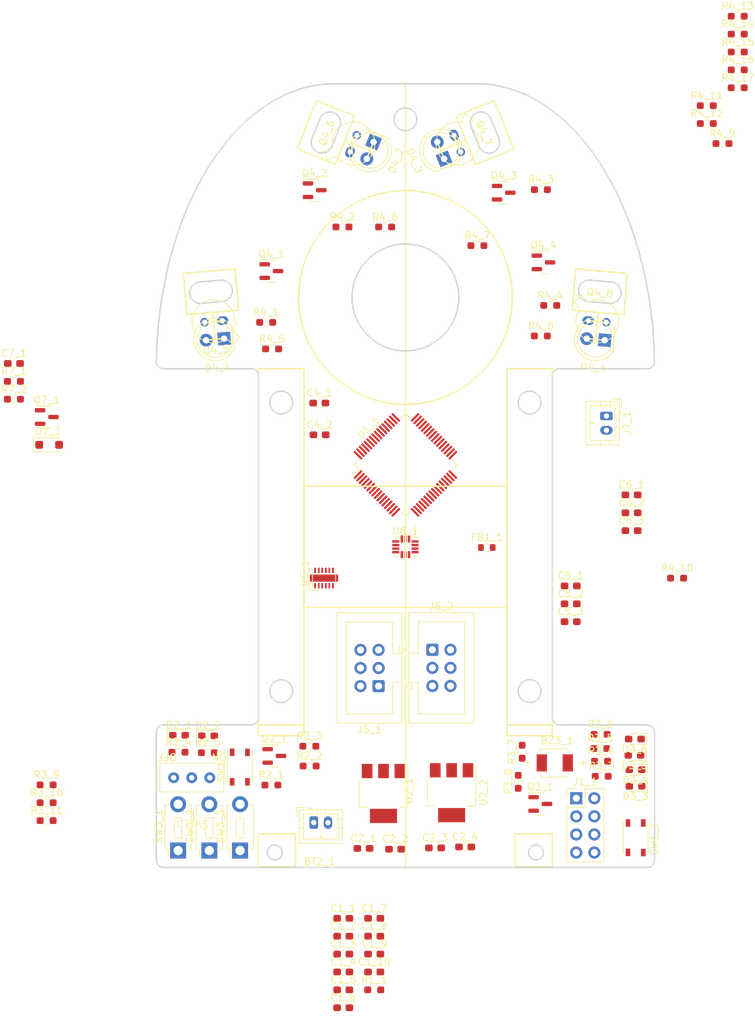
<source format=kicad_pcb>
(kicad_pcb (version 20221018) (generator pcbnew)
  (layers (0 "F.Cu" signal) (31 "B.Cu" signal) (34 "B.Paste" user) (35 "F.Paste" user) (36 "B.SilkS" user "B.Silkscreen") (37 "F.SilkS" user "F.Silkscreen") (38 "B.Mask" user) (39 "F.Mask" user) (44 "Edge.Cuts" user))
  (net 0 "")
  (net 1 "+8V")
  (net 2 "MOTOR1_OUT_1")
  (net 3 "MOTOR1_OUT_2")
  (net 4 "MOTOR2_OUT_1")
  (net 5 "MOTOR2_OUT_2")
  (net 6 "GND")
  (net 7 "MOTOR2_PWM")
  (net 8 "MOTOR1_PWM")
  (net 9 "MOTOR1_PHASE")
  (net 10 "+3.3V")
  (net 11 "Net-(Q2_1-G)")
  (net 13 "GYRO_MISO")
  (net 19 "GYRO_CS")
  (net 20 "GYRO_SCLK")
  (net 21 "GYRO_MOSI")
  (net 22 "Net-(Q3_1-D)")
  (net 23 "Net-(D4_1-A)")
  (net 24 "UI_LED_2")
  (net 25 "Net-(D3_4-A)")
  (net 26 "UI_LED_3")
  (net 27 "Net-(D3_5-A)")
  (net 28 "UI_LED_4")
  (net 29 "Net-(D3_6-A)")
  (net 30 "BUZZER_PWM")
  (net 31 "Net-(Q3_1-G)")
  (net 32 "UI_SW_1")
  (net 33 "UI_SW_2")
  (net 34 "UI_SW_3")
  (net 35 "DIST_ADC_4")
  (net 36 "DIST_ADC_3")
  (net 37 "DIST_ADC_2")
  (net 38 "DIST_ADC_1")
  (net 39 "UI_LED_1")
  (net 40 "Net-(D3_3-A)")
  (net 41 "DIST_LED_1")
  (net 42 "Net-(Q4_1-G)")
  (net 43 "Net-(D4_1-K)")
  (net 44 "Net-(Q4_1-D)")
  (net 45 "DIST_LED_2")
  (net 46 "Net-(Q4_2-G)")
  (net 47 "Net-(D4_2-K)")
  (net 48 "Net-(Q4_2-D)")
  (net 49 "DIST_LED_3")
  (net 50 "Net-(Q4_3-G)")
  (net 51 "Net-(D4_3-K)")
  (net 52 "Net-(Q4_3-D)")
  (net 53 "DIST_LED_4")
  (net 54 "Net-(Q4_4-G)")
  (net 55 "Net-(D4_4-K)")
  (net 56 "Net-(Q4_4-D)")
  (net 57 "Net-(Q7_1-G)")
  (net 58 "Net-(BT2_1-+)")
  (net 59 "BAT_ADC")
  (net 60 "+5V")
  (net 61 "Net-(D2_1-A)")
  (net 62 "BOOT0")
  (net 63 "FAN_MOTOR_PWM")
  (net 64 "Net-(D2_2-A)")
  (net 65 "Net-(U1_1-VDDA)")
  (net 66 "Net-(D7_1-A)")
  (net 72 "NRST")
  (net 74 "TX")
  (net 75 "RX")
  (net 76 "Net-(U1_1-VCAP_1)")
  (net 81 "MOTOR2_PHASE")
  (net 84 "SWDIO")
  (net 85 "SWCLK")
  (net 91 "SWO")
  (net 92 "ENCODER1_A")
  (net 93 "ENCODER1_B")
  (net 94 "ENCODER2_A")
  (net 95 "ENCODER2_B")
  (net 97 "Net-(J1_1-Pin_1)")
  (footprint "Resistor_SMD:R_0603_1608Metric_Pad0.98x0.95mm_HandSolder" (layer "F.Cu") (at 3.1625 69.4)
    (fp_text reference "R4_10" (at 0 -1.43) (layer "F.SilkS"))
    (fp_text value "1")
    (pad "1" smd roundrect (at -0.9125 0) (size 0.975 0.95) (layers "F.Cu" "F.Paste" "F.Mask") (net 51 "Net-(D4_3-K)"))
    (pad "2" smd roundrect (at 0.9125 0) (size 0.975 0.95) (layers "F.Cu" "F.Paste" "F.Mask") (net 52 "Net-(Q4_3-D)"))
  )
  (footprint "LED_THT:LED_D5.0mm" (layer "F.Cu") (at -60.47 35.779 -175)
    (fp_text reference "D4_1" (at 1.27 -3.96 5) (layer "F.SilkS"))
    (fp_text value "SFH4550")
    (pad "1" thru_hole rect (at 0 0 185) (size 1.8 1.8) (drill 0.9) (layers "*.Cu" "*.Mask") (net 43 "Net-(D4_1-K)"))
    (pad "2" thru_hole circle (at 2.54 0 185) (size 1.8 1.8) (drill 0.9) (layers "*.Cu" "*.Mask") (net 23 "Net-(D4_1-A)"))
  )
  (footprint "Button_Switch_SMD:SW_Push_1P1T_NO_Vertical_Wuerth_434133025816" (layer "F.Cu") (at -2.66 105.84 -90)
    (fp_text reference "SW1_1" (at 0.15 -2.6 90) (layer "F.SilkS"))
    (fp_text value "BOOT0_SW")
    (pad "1" smd rect (at -2.075 -1.075 270) (size 1.05 0.65) (layers "F.Cu" "F.Paste" "F.Mask") (net 10 "+3.3V"))
    (pad "1" smd rect (at 2.075 -1.075 270) (size 1.05 0.65) (layers "F.Cu" "F.Paste" "F.Mask") (net 10 "+3.3V"))
    (pad "2" smd rect (at -2.075 1.075 270) (size 1.05 0.65) (layers "F.Cu" "F.Paste" "F.Mask") (net 62 "BOOT0"))
    (pad "2" smd rect (at 2.05 1.075 270) (size 1.05 0.65) (layers "F.Cu" "F.Paste" "F.Mask") (net 62 "BOOT0"))
  )
  (footprint "Capacitor_SMD:C_0603_1608Metric_Pad1.08x0.95mm_HandSolder" (layer "F.Cu") (at -43.7325 119.65)
    (fp_text reference "C1_2" (at 0 -1.43) (layer "F.SilkS"))
    (fp_text value "4.7uF")
    (pad "1" smd roundrect (at -0.8625 0) (size 1.075 0.95) (layers "F.Cu" "F.Paste" "F.Mask") (net 6 "GND"))
    (pad "2" smd roundrect (at 0.8625 0) (size 1.075 0.95) (layers "F.Cu" "F.Paste" "F.Mask") (net 10 "+3.3V"))
  )
  (footprint "Resistor_SMD:R_0603_1608Metric_Pad0.98x0.95mm_HandSolder" (layer "F.Cu") (at 7.3375 5.59)
    (fp_text reference "R4_12" (at 0 -1.43) (layer "F.SilkS"))
    (fp_text value "10k")
    (pad "1" smd roundrect (at -0.9125 0) (size 0.975 0.95) (layers "F.Cu" "F.Paste" "F.Mask") (net 54 "Net-(Q4_4-G)"))
    (pad "2" smd roundrect (at 0.9125 0) (size 0.975 0.95) (layers "F.Cu" "F.Paste" "F.Mask") (net 6 "GND"))
  )
  (footprint "Diode_SMD:D_SOD-123F" (layer "F.Cu") (at -85.055 50.685)
    (fp_text reference "D7_1" (at -0.127 -1.905) (layer "F.SilkS"))
    (fp_text value "CRS15")
    (pad "1" smd roundrect (at -1.4 0) (size 1.1 1.1) (layers "F.Cu" "F.Paste" "F.Mask") (roundrect_rratio 0.2272727273) (net 1 "+8V"))
    (pad "2" smd roundrect (at 1.4 0) (size 1.1 1.1) (layers "F.Cu" "F.Paste" "F.Mask") (roundrect_rratio 0.2272727273) (net 66 "Net-(D7_1-A)"))
  )
  (footprint "Capacitor_SMD:C_0603_1608Metric_Pad1.08x0.95mm_HandSolder" (layer "F.Cu") (at -3.2325 60.22)
    (fp_text reference "C6_2" (at 0 -1.43) (layer "F.SilkS"))
    (fp_text value "0.1uF")
    (pad "1" smd roundrect (at -0.8625 0) (size 1.075 0.95) (layers "F.Cu" "F.Paste" "F.Mask") (net 10 "+3.3V"))
    (pad "2" smd roundrect (at 0.8625 0) (size 1.075 0.95) (layers "F.Cu" "F.Paste" "F.Mask") (net 6 "GND"))
  )
  (footprint "Capacitor_SMD:C_0603_1608Metric_Pad1.08x0.95mm_HandSolder" (layer "F.Cu") (at -11.7825 75.51)
    (fp_text reference "C5_3" (at 0 -1.43) (layer "F.SilkS"))
    (fp_text value "0.1uF")
    (pad "1" smd roundrect (at -0.8625 0) (size 1.075 0.95) (layers "F.Cu" "F.Paste" "F.Mask") (net 6 "GND"))
    (pad "2" smd roundrect (at 0.8625 0) (size 1.075 0.95) (layers "F.Cu" "F.Paste" "F.Mask") (net 10 "+3.3V"))
  )
  (footprint "Package_TO_SOT_SMD:SOT-23" (layer "F.Cu") (at -53.4175 94.35)
    (fp_text reference "Q2_1" (at 0 -2.4) (layer "F.SilkS"))
    (fp_text value "IRLML6402")
    (pad "1" smd roundrect (at -0.9375 -0.95) (size 1.475 0.6) (layers "F.Cu" "F.Paste" "F.Mask") (net 11 "Net-(Q2_1-G)"))
    (pad "2" smd roundrect (at -0.9375 0.95) (size 1.475 0.6) (layers "F.Cu" "F.Paste" "F.Mask") (net 58 "Net-(BT2_1-+)"))
    (pad "3" smd roundrect (at 0.9375 0) (size 1.475 0.6) (layers "F.Cu" "F.Paste" "F.Mask") (net 1 "+8V"))
  )
  (footprint "Capacitor_SMD:C_0603_1608Metric_Pad1.08x0.95mm_HandSolder" (layer "F.Cu") (at -11.7825 73)
    (fp_text reference "C5_2" (at 0 -1.43) (layer "F.SilkS"))
    (fp_text value "0.1uF")
    (pad "1" smd roundrect (at -0.8625 0) (size 1.075 0.95) (layers "F.Cu" "F.Paste" "F.Mask") (net 1 "+8V"))
    (pad "2" smd roundrect (at 0.8625 0) (size 1.075 0.95) (layers "F.Cu" "F.Paste" "F.Mask") (net 6 "GND"))
  )
  (footprint "LED_SMD:LED_0603_1608Metric_Pad1.05x0.95mm_HandSolder" (layer "F.Cu") (at -62.7275 91.53)
    (fp_text reference "D2_2" (at 0 -1.43) (layer "F.SilkS"))
    (fp_text value "LED_Y")
    (pad "1" smd roundrect (at -0.875 0) (size 1.05 0.95) (layers "F.Cu" "F.Paste" "F.Mask") (net 6 "GND"))
    (pad "2" smd roundrect (at 0.875 0) (size 1.05 0.95) (layers "F.Cu" "F.Paste" "F.Mask") (net 64 "Net-(D2_2-A)"))
  )
  (footprint "Package_TO_SOT_THT:TO-18-2" (layer "F.Cu") (at -9.309 33.248 -5)
    (fp_text reference "Q4_8" (at 1.27 -4.02 175) (layer "F.SilkS"))
    (fp_text value "ST-1KL3A")
    (pad "1" thru_hole oval (at 0 0 355) (size 1.6 1.2) (drill 0.7) (layers "*.Cu" "*.Mask") (net 10 "+3.3V"))
    (pad "2" thru_hole oval (at 2.54 0 355) (size 1.2 1.2) (drill 0.7) (layers "*.Cu" "*.Mask") (net 35 "DIST_ADC_4"))
  )
  (footprint "LED_SMD:LED_0603_1608Metric_Pad1.05x0.95mm_HandSolder" (layer "F.Cu") (at -66.81 91.45)
    (fp_text reference "D2_1" (at 0 -1.43) (layer "F.SilkS"))
    (fp_text value "LED_R")
    (pad "1" smd roundrect (at -0.875 0) (size 1.05 0.95) (layers "F.Cu" "F.Paste" "F.Mask") (net 6 "GND"))
    (pad "2" smd roundrect (at 0.875 0) (size 1.05 0.95) (layers "F.Cu" "F.Paste" "F.Mask") (net 61 "Net-(D2_1-A)"))
  )
  (footprint "Resistor_SMD:R_0603_1608Metric_Pad0.98x0.95mm_HandSolder" (layer "F.Cu") (at -53.83 98.44)
    (fp_text reference "R2_1" (at 0 -1.43) (layer "F.SilkS"))
    (fp_text value "100k")
    (pad "1" smd roundrect (at -0.9125 0) (size 0.975 0.95) (layers "F.Cu" "F.Paste" "F.Mask") (net 58 "Net-(BT2_1-+)"))
    (pad "2" smd roundrect (at 0.9125 0) (size 0.975 0.95) (layers "F.Cu" "F.Paste" "F.Mask") (net 11 "Net-(Q2_1-G)"))
  )
  (footprint "Capacitor_SMD:C_0603_1608Metric_Pad1.08x0.95mm_HandSolder" (layer "F.Cu") (at -47.06 49.28)
    (fp_text reference "C4_2" (at 0 -1.43) (layer "F.SilkS"))
    (fp_text value "1uF")
    (pad "1" smd roundrect (at -0.8625 0) (size 1.075 0.95) (layers "F.Cu" "F.Paste" "F.Mask") (net 23 "Net-(D4_1-A)"))
    (pad "2" smd roundrect (at 0.8625 0) (size 1.075 0.95) (layers "F.Cu" "F.Paste" "F.Mask") (net 6 "GND"))
  )
  (footprint "Resistor_SMD:R_0603_1608Metric" (layer "F.Cu") (at -23.565 65.1)
    (fp_text reference "FB1_1" (at 0 -1.43) (layer "F.SilkS"))
    (fp_text value "FerriteBead")
    (pad "1" smd roundrect (at -0.825 0) (size 0.8 0.95) (layers "F.Cu" "F.Paste" "F.Mask") (net 65 "Net-(U1_1-VDDA)"))
    (pad "2" smd roundrect (at 0.825 0) (size 0.8 0.95) (layers "F.Cu" "F.Paste" "F.Mask") (net 10 "+3.3V"))
  )
  (footprint "Resistor_SMD:R_0603_1608Metric_Pad0.98x0.95mm_HandSolder" (layer "F.Cu") (at 11.6875 -1.94)
    (fp_text reference "R4_16" (at 0 -1.43) (layer "F.SilkS"))
    (fp_text value "1k")
    (pad "1" smd roundrect (at -0.9125 0) (size 0.975 0.95) (layers "F.Cu" "F.Paste" "F.Mask") (net 36 "DIST_ADC_3"))
    (pad "2" smd roundrect (at 0.9125 0) (size 0.975 0.95) (layers "F.Cu" "F.Paste" "F.Mask") (net 6 "GND"))
  )
  (footprint "Resistor_SMD:R_0603_1608Metric_Pad0.98x0.95mm_HandSolder" (layer "F.Cu") (at -14.6575 31.12)
    (fp_text reference "R4_4" (at 0 -1.43) (layer "F.SilkS"))
    (fp_text value "1")
    (pad "1" smd roundrect (at -0.9125 0) (size 0.975 0.95) (layers "F.Cu" "F.Paste" "F.Mask") (net 43 "Net-(D4_1-K)"))
    (pad "2" smd roundrect (at 0.9125 0) (size 0.975 0.95) (layers "F.Cu" "F.Paste" "F.Mask") (net 44 "Net-(Q4_1-D)"))
  )
  (footprint "Package_TO_SOT_SMD:SOT-23" (layer "F.Cu") (at -85.38 46.785)
    (fp_text reference "Q7_1" (at 0 -2.4) (layer "F.SilkS"))
    (fp_text value "IRLML6344T")
    (pad "1" smd roundrect (at -0.9375 -0.95) (size 1.475 0.6) (layers "F.Cu" "F.Paste" "F.Mask") (net 66 "Net-(D7_1-A)"))
    (pad "2" smd roundrect (at -0.9375 0.95) (size 1.475 0.6) (layers "F.Cu" "F.Paste" "F.Mask") (net 57 "Net-(Q7_1-G)"))
    (pad "3" smd roundrect (at 0.9375 0) (size 1.475 0.6) (layers "F.Cu" "F.Paste" "F.Mask") (net 6 "GND"))
  )
  (footprint "Capacitor_SMD:C_0603_1608Metric_Pad1.08x0.95mm_HandSolder" (layer "F.Cu") (at -43.7325 117.14)
    (fp_text reference "C1_1" (at 0 -1.43) (layer "F.SilkS"))
    (fp_text value "0.1uF")
    (pad "1" smd roundrect (at -0.8625 0) (size 1.075 0.95) (layers "F.Cu" "F.Paste" "F.Mask") (net 72 "NRST"))
    (pad "2" smd roundrect (at 0.8625 0) (size 1.075 0.95) (layers "F.Cu" "F.Paste" "F.Mask") (net 6 "GND"))
  )
  (footprint "Resistor_SMD:R_0603_1608Metric_Pad0.98x0.95mm_HandSolder" (layer "F.Cu") (at -90 41.775)
    (fp_text reference "R7_1" (at 0 -1.43) (layer "F.SilkS"))
    (fp_text value "10")
    (pad "1" smd roundrect (at -0.9125 0) (size 0.975 0.95) (layers "F.Cu" "F.Paste" "F.Mask") (net 63 "FAN_MOTOR_PWM"))
    (pad "2" smd roundrect (at 0.9125 0) (size 0.975 0.95) (layers "F.Cu" "F.Paste" "F.Mask") (net 57 "Net-(Q7_1-G)"))
  )
  (footprint "Connector_PinHeader_2.54mm:PinHeader_2x04_P2.54mm_Vertical" (layer "F.Cu") (at -11 100.29)
    (fp_text reference "J1_1" (at 1.27 -2.33) (layer "F.SilkS"))
    (fp_text value "Conn_02x04_Odd_Even")
    (pad "1" thru_hole rect (at 0 0) (size 1.7 1.7) (drill 1) (layers "*.Cu" "*.Mask") (net 97 "Net-(J1_1-Pin_1)"))
    (pad "2" thru_hole oval (at 2.54 0) (size 1.7 1.7) (drill 1) (layers "*.Cu" "*.Mask") (net 85 "SWCLK"))
    (pad "3" thru_hole oval (at 0 2.54) (size 1.7 1.7) (drill 1) (layers "*.Cu" "*.Mask") (net 6 "GND"))
    (pad "4" thru_hole oval (at 2.54 2.54) (size 1.7 1.7) (drill 1) (layers "*.Cu" "*.Mask") (net 84 "SWDIO"))
    (pad "5" thru_hole oval (at 0 5.08) (size 1.7 1.7) (drill 1) (layers "*.Cu" "*.Mask") (net 72 "NRST"))
    (pad "6" thru_hole oval (at 2.54 5.08) (size 1.7 1.7) (drill 1) (layers "*.Cu" "*.Mask") (net 91 "SWO"))
    (pad "7" thru_hole oval (at 0 7.62) (size 1.7 1.7) (drill 1) (layers "*.Cu" "*.Mask") (net 74 "TX"))
    (pad "8" thru_hole oval (at 2.54 7.62) (size 1.7 1.7) (drill 1) (layers "*.Cu" "*.Mask") (net 75 "RX"))
  )
  (footprint "Capacitor_SMD:C_0603_1608Metric_Pad1.08x0.95mm_HandSolder" (layer "F.Cu") (at -30.84 107.26)
    (fp_text reference "C2_3" (at 0 -1.43) (layer "F.SilkS"))
    (fp_text value "10uF")
    (pad "1" smd roundrect (at -0.8625 0) (size 1.075 0.95) (layers "F.Cu" "F.Paste" "F.Mask") (net 1 "+8V"))
    (pad "2" smd roundrect (at 0.8625 0) (size 1.075 0.95) (layers "F.Cu" "F.Paste" "F.Mask") (net 6 "GND"))
  )
  (footprint "Connector_JST:JST_PH_B2B-PH-K_1x02_P2.00mm_Vertical" (layer "F.Cu") (at -6.76 46.64 -90)
    (fp_text reference "J7_1" (at 1 -2.9 90) (layer "F.SilkS"))
    (fp_text value "Conn_01x02")
    (pad "1" thru_hole roundrect (at 0 0 270) (size 1.2 1.75) (drill 0.75) (layers "*.Cu" "*.Mask") (roundrect_rratio 0.208333) (net 1 "+8V"))
    (pad "2" thru_hole oval (at 2 0 270) (size 1.2 1.75) (drill 0.75) (layers "*.Cu" "*.Mask") (net 66 "Net-(D7_1-A)"))
  )
  (footprint "Package_QFP:LQFP-64_10x10mm_P0.5mm" (layer "F.Cu") (at -35 53.5 45)
    (fp_text reference "U1_1" (at 0 -7.4 45) (layer "F.SilkS"))
    (fp_text value "STM32F446RETx")
    (pad "1" smd roundrect (at -5.675 -3.75 45) (size 1.55 0.3) (layers "F.Cu" "F.Paste" "F.Mask") (net 10 "+3.3V"))
    (pad "2" smd roundrect (at -5.675 -3.25 45) (size 1.55 0.3) (layers "F.Cu" "F.Paste" "F.Mask"))
    (pad "3" smd roundrect (at -5.675 -2.75 45) (size 1.55 0.3) (layers "F.Cu" "F.Paste" "F.Mask"))
    (pad "4" smd roundrect (at -5.675 -2.25 45) (size 1.55 0.3) (layers "F.Cu" "F.Paste" "F.Mask"))
    (pad "5" smd roundrect (at -5.675 -1.75 45) (size 1.55 0.3) (layers "F.Cu" "F.Paste" "F.Mask"))
    (pad "6" smd roundrect (at -5.675 -1.25 45) (size 1.55 0.3) (layers "F.Cu" "F.Paste" "F.Mask"))
    (pad "7" smd roundrect (at -5.675 -0.75 45) (size 1.55 0.3) (layers "F.Cu" "F.Paste" "F.Mask") (net 72 "NRST"))
    (pad "8" smd roundrect (at -5.675 -0.25 45) (size 1.55 0.3) (layers "F.Cu" "F.Paste" "F.Mask") (net 38 "DIST_ADC_1"))
    (pad "9" smd roundrect (at -5.675 0.25 45) (size 1.55 0.3) (layers "F.Cu" "F.Paste" "F.Mask") (net 41 "DIST_LED_1"))
    (pad "10" smd roundrect (at -5.675 0.75 45) (size 1.55 0.3) (layers "F.Cu" "F.Paste" "F.Mask") (net 37 "DIST_ADC_2"))
    (pad "11" smd roundrect (at -5.675 1.25 45) (size 1.55 0.3) (layers "F.Cu" "F.Paste" "F.Mask") (net 45 "DIST_LED_2"))
    (pad "12" smd roundrect (at -5.675 1.75 45) (size 1.55 0.3) (layers "F.Cu" "F.Paste" "F.Mask") (net 6 "GND"))
    (pad "13" smd roundrect (at -5.675 2.25 45) (size 1.55 0.3) (layers "F.Cu" "F.Paste" "F.Mask") (net 65 "Net-(U1_1-VDDA)"))
    (pad "14" smd roundrect (at -5.675 2.75 45) (size 1.55 0.3) (layers "F.Cu" "F.Paste" "F.Mask") (net 59 "BAT_ADC"))
    (pad "15" smd roundrect (at -5.675 3.25 45) (size 1.55 0.3) (layers "F.Cu" "F.Paste" "F.Mask"))
    (pad "16" smd roundrect (at -5.675 3.75 45) (size 1.55 0.3) (layers "F.Cu" "F.Paste" "F.Mask") (net 74 "TX"))
    (pad "17" smd roundrect (at -3.75 5.675 45) (size 0.3 1.55) (layers "F.Cu" "F.Paste" "F.Mask") (net 75 "RX"))
    (pad "18" smd roundrect (at -3.25 5.675 45) (size 0.3 1.55) (layers "F.Cu" "F.Paste" "F.Mask") (net 6 "GND"))
    (pad "19" smd roundrect (at -2.75 5.675 45) (size 0.3 1.55) (layers "F.Cu" "F.Paste" "F.Mask") (net 10 "+3.3V"))
    (pad "20" smd roundrect (at -2.25 5.675 45) (size 0.3 1.55) (layers "F.Cu" "F.Paste" "F.Mask") (net 36 "DIST_ADC_3"))
    (pad "21" smd roundrect (at -1.75 5.675 45) (size 0.3 1.55) (layers "F.Cu" "F.Paste" "F.Mask") (net 49 "DIST_LED_3"))
    (pad "22" smd roundrect (at -1.25 5.675 45) (size 0.3 1.55) (layers "F.Cu" "F.Paste" "F.Mask") (net 35 "DIST_ADC_4"))
    (pad "23" smd roundrect (at -0.75 5.675 45) (size 0.3 1.55) (layers "F.Cu" "F.Paste" "F.Mask") (net 53 "DIST_LED_4"))
    (pad "24" smd roundrect (at -0.25 5.675 45) (size 0.3 1.55) (layers "F.Cu" "F.Paste" "F.Mask") (net 39 "UI_LED_1"))
    (pad "25" smd roundrect (at 0.25 5.675 45) (size 0.3 1.55) (layers "F.Cu" "F.Paste" "F.Mask") (net 24 "UI_LED_2"))
    (pad "26" smd roundrect (at 0.75 5.675 45) (size 0.3 1.55) (layers "F.Cu" "F.Paste" "F.Mask") (net 26 "UI_LED_3"))
    (pad "27" smd roundrect (at 1.25 5.675 45) (size 0.3 1.55) (layers "F.Cu" "F.Paste" "F.Mask") (net 28 "UI_LED_4"))
    (pad "28" smd roundrect (at 1.75 5.675 45) (size 0.3 1.55) (layers "F.Cu" "F.Paste" "F.Mask") (net 19 "GYRO_CS"))
    (pad "29" smd roundrect (at 2.25 5.675 45) (size 0.3 1.55) (layers "F.Cu" "F.Paste" "F.Mask") (net 20 "GYRO_SCLK"))
    (pad "30" smd roundrect (at 2.75 5.675 45) (size 0.3 1.55) (layers "F.Cu" "F.Paste" "F.Mask") (net 76 "Net-(U1_1-VCAP_1)"))
    (pad "31" smd roundrect (at 3.25 5.675 45) (size 0.3 1.55) (layers "F.Cu" "F.Paste" "F.Mask") (net 6 "GND"))
    (pad "32" smd roundrect (at 3.75 5.675 45) (size 0.3 1.55) (layers "F.Cu" "F.Paste" "F.Mask") (net 10 "+3.3V"))
    (pad "33" smd roundrect (at 5.675 3.75 45) (size 1.55 0.3) (layers "F.Cu" "F.Paste" "F.Mask"))
    (pad "34" smd roundrect (at 5.675 3.25 45) (size 1.55 0.3) (layers "F.Cu" "F.Paste" "F.Mask"))
    (pad "35" smd roundrect (at 5.675 2.75 45) (size 1.55 0.3) (layers "F.Cu" "F.Paste" "F.Mask") (net 13 "GYRO_MISO"))
    (pad "36" smd roundrect (at 5.675 2.25 45) (size 1.55 0.3) (layers "F.Cu" "F.Paste" "F.Mask") (net 21 "GYRO_MOSI"))
    (pad "37" smd roundrect (at 5.675 1.75 45) (size 1.55 0.3) (layers "F.Cu" "F.Paste" "F.Mask"))
    (pad "38" smd roundrect (at 5.675 1.25 45) (size 1.55 0.3) (layers "F.Cu" "F.Paste" "F.Mask") (net 30 "BUZZER_PWM"))
    (pad "39" smd roundrect (at 5.675 0.75 45) (size 1.55 0.3) (layers "F.Cu" "F.Paste" "F.Mask"))
    (pad "40" smd roundrect (at 5.675 0.25 45) (size 1.55 0.3) (layers "F.Cu" "F.Paste" "F.Mask") (net 9 "MOTOR1_PHASE"))
    (pad "41" smd roundrect (at 5.675 -0.25 45) (size 1.55 0.3) (layers "F.Cu" "F.Paste" "F.Mask") (net 8 "MOTOR1_PWM"))
    (pad "42" smd roundrect (at 5.675 -0.75 45) (size 1.55 0.3) (layers "F.Cu" "F.Paste" "F.Mask") (net 7 "MOTOR2_PWM"))
    (pad "43" smd roundrect (at 5.675 -1.25 45) (size 1.55 0.3) (layers "F.Cu" "F.Paste" "F.Mask") (net 81 "MOTOR2_PHASE"))
    (pad "44" smd roundrect (at 5.675 -1.75 45) (size 1.55 0.3) (layers "F.Cu" "F.Paste" "F.Mask"))
    (pad "45" smd roundrect (at 5.675 -2.25 45) (size 1.55 0.3) (layers "F.Cu" "F.Paste" "F.Mask"))
    (pad "46" smd roundrect (at 5.675 -2.75 45) (size 1.55 0.3) (layers "F.Cu" "F.Paste" "F.Mask") (net 84 "SWDIO"))
    (pad "47" smd roundrect (at 5.675 -3.25 45) (size 1.55 0.3) (layers "F.Cu" "F.Paste" "F.Mask") (net 6 "GND"))
    (pad "48" smd roundrect (at 5.675 -3.75 45) (size 1.55 0.3) (layers "F.Cu" "F.Paste" "F.Mask") (net 10 "+3.3V"))
    (pad "49" smd roundrect (at 3.75 -5.675 45) (size 0.3 1.55) (layers "F.Cu" "F.Paste" "F.Mask") (net 85 "SWCLK"))
    (pad "50" smd roundrect (at 3.25 -5.675 45) (size 0.3 1.55) (layers "F.Cu" "F.Paste" "F.Mask"))
    (pad "51" smd roundrect (at 2.75 -5.675 45) (size 0.3 1.55) (layers "F.Cu" "F.Paste" "F.Mask"))
    (pad "52" smd roundrect (at 2.25 -5.675 45) (size 0.3 1.55) (layers "F.Cu" "F.Paste" "F.Mask"))
    (pad "53" smd roundrect (at 1.75 -5.675 45) (size 0.3 1.55) (layers "F.Cu" "F.Paste" "F.Mask"))
    (pad "54" smd roundrect (at 1.25 -5.675 45) (size 0.3 1.55) (layers "F.Cu" "F.Paste" "F.Mask"))
    (pad "55" smd roundrect (at 0.75 -5.675 45) (size 0.3 1.55) (layers "F.Cu" "F.Paste" "F.Mask") (net 91 "SWO"))
    (pad "56" smd roundrect (at 0.25 -5.675 45) (size 0.3 1.55) (layers "F.Cu" "F.Paste" "F.Mask") (net 92 "ENCODER1_A"))
    (pad "57" smd roundrect (at -0.25 -5.675 45) (size 0.3 1.55) (layers "F.Cu" "F.Paste" "F.Mask") (net 93 "ENCODER1_B"))
    (pad "58" smd roundrect (at -0.75 -5.675 45) (size 0.3 1.55) (layers "F.Cu" "F.Paste" "F.Mask") (net 94 "ENCODER2_A"))
    (pad "59" smd roundrect (at -1.25 -5.675 45) (size 0.3 1.55) (layers "F.Cu" "F.Paste" "F.Mask") (net 95 "ENCODER2_B"))
    (pad "60" smd roundrect (at -1.75 -5.675 45) (size 0.3 1.55) (layers "F.Cu" "F.Paste" "F.Mask") (net 62 "BOOT0"))
    (pad "61" smd roundrect (at -2.25 -5.675 45) (size 0.3 1.55) (layers "F.Cu" "F.Paste" "F.Mask") (net 63 "FAN_MOTOR_PWM"))
    (pad "62" smd roundrect (at -2.75 -5.675 45) (size 0.3 1.55) (layers "F.Cu" "F.Paste" "F.Mask"))
    (pad "63" smd roundrect (at -3.25 -5.675 45) (size 0.3 1.55) (layers "F.Cu" "F.Paste" "F.Mask") (net 6 "GND"))
    (pad "64" smd roundrect (at -3.75 -5.675 45) (size 0.3 1.55) (layers "F.Cu" "F.Paste" "F.Mask") (net 10 "+3.3V"))
  )
  (footprint "Capacitor_SMD:C_0603_1608Metric_Pad1.08x0.95mm_HandSolder" (layer "F.Cu") (at -43.7325 122.16)
    (fp_text reference "C1_3" (at 0 -1.43) (layer "F.SilkS"))
    (fp_text value "0.1uF")
    (pad "1" smd roundrect (at -0.8625 0) (size 1.075 0.95) (layers "F.Cu" "F.Paste" "F.Mask") (net 6 "GND"))
    (pad "2" smd roundrect (at 0.8625 0) (size 1.075 0.95) (layers "F.Cu" "F.Paste" "F.Mask") (net 10 "+3.3V"))
  )
  (footprint "Resistor_SMD:R_0603_1608Metric_Pad0.98x0.95mm_HandSolder" (layer "F.Cu") (at -43.8475 20.11)
    (fp_text reference "R4_2" (at 0 -1.43) (layer "F.SilkS"))
    (fp_text value "10")
    (pad "1" smd roundrect (at -0.9125 0) (size 0.975 0.95) (layers "F.Cu" "F.Paste" "F.Mask") (net 41 "DIST_LED_1"))
    (pad "2" smd roundrect (at 0.9125 0) (size 0.975 0.95) (layers "F.Cu" "F.Paste" "F.Mask") (net 42 "Net-(Q4_1-G)"))
  )
  (footprint "Resistor_SMD:R_0603_1608Metric_Pad0.98x0.95mm_HandSolder" (layer "F.Cu") (at -7.5175 95.09)
    (fp_text reference "R3_4" (at 0 -1.43) (layer "F.SilkS"))
    (fp_text value "100")
    (pad "1" smd roundrect (at -0.9125 0) (size 0.975 0.95) (layers "F.Cu" "F.Paste" "F.Mask") (net 24 "UI_LED_2"))
    (pad "2" smd roundrect (at 0.9125 0) (size 0.975 0.95) (layers "F.Cu" "F.Paste" "F.Mask") (net 25 "Net-(D3_4-A)"))
  )
  (footprint "Capacitor_SMD:C_0603_1608Metric_Pad1.08x0.95mm_HandSolder" (layer "F.Cu") (at -90 39.265)
    (fp_text reference "C7_1" (at 0 -1.43) (layer "F.SilkS"))
    (fp_text value "10uF")
    (pad "1" smd roundrect (at -0.8625 0) (size 1.075 0.95) (layers "F.Cu" "F.Paste" "F.Mask") (net 1 "+8V"))
    (pad "2" smd roundrect (at 0.8625 0) (size 1.075 0.95) (layers "F.Cu" "F.Paste" "F.Mask") (net 6 "GND"))
  )
  (footprint "LED_THT:LED_D5.0mm" (layer "F.Cu") (at -39.476 8.184 -112)
    (fp_text reference "D4_2" (at 1.27 -3.96 68) (layer "F.SilkS"))
    (fp_text value "SFH4550")
    (pad "1" thru_hole rect (at 0 0 248) (size 1.8 1.8) (drill 0.9) (layers "*.Cu" "*.Mask") (net 47 "Net-(D4_2-K)"))
    (pad "2" thru_hole circle (at 2.54 0 248) (size 1.8 1.8) (drill 0.9) (layers "*.Cu" "*.Mask") (net 23 "Net-(D4_1-A)"))
  )
  (footprint "Resistor_SMD:R_0603_1608Metric_Pad0.98x0.95mm_HandSolder" (layer "F.Cu") (at 11.6875 0.57)
    (fp_text reference "R4_17" (at 0 -1.43) (layer "F.SilkS"))
    (fp_text value "1k")
    (pad "1" smd roundrect (at -0.9125 0) (size 0.975 0.95) (layers "F.Cu" "F.Paste" "F.Mask") (net 35 "DIST_ADC_4"))
    (pad "2" smd roundrect (at 0.9125 0) (size 0.975 0.95) (layers "F.Cu" "F.Paste" "F.Mask") (net 6 "GND"))
  )
  (footprint "Resistor_SMD:R_0603_1608Metric_Pad0.98x0.95mm_HandSolder" (layer "F.Cu") (at -18.6 93.7625 90)
    (fp_text reference "R3_7" (at 0 -1.43 90) (layer "F.SilkS"))
    (fp_text value "10")
    (pad "1" smd roundrect (at -0.9125 0 90) (size 0.975 0.95) (layers "F.Cu" "F.Paste" "F.Mask") (net 30 "BUZZER_PWM"))
    (pad "2" smd roundrect (at 0.9125 0 90) (size 0.975 0.95) (layers "F.Cu" "F.Paste" "F.Mask") (net 31 "Net-(Q3_1-G)"))
  )
  (footprint "Connector_JST:JST_PH_B2B-PH-K_1x02_P2.00mm_Vertical" (layer "F.Cu") (at -47.88 103.71)
    (fp_text reference "BT2_1" (at 0.81 5.48) (layer "F.SilkS"))
    (fp_text value "Battery")
    (pad "1" thru_hole roundrect (at 0 0) (size 1.2 1.75) (drill 0.75) (layers "*.Cu" "*.Mask") (roundrect_rratio 0.208333) (net 58 "Net-(BT2_1-+)"))
    (pad "2" thru_hole oval (at 2 0) (size 1.2 1.75) (drill 0.75) (layers "*.Cu" "*.Mask") (net 6 "GND"))
  )
  (footprint "LED_SMD:LED_0603_1608Metric_Pad1.05x0.95mm_HandSolder" (layer "F.Cu") (at -2.6625 96.29 180)
    (fp_text reference "D3_4" (at 0 -1.43) (layer "F.SilkS"))
    (fp_text value "LED_B2")
    (pad "1" smd roundrect (at -0.875 0 180) (size 1.05 0.95) (layers "F.Cu" "F.Paste" "F.Mask") (net 6 "GND"))
    (pad "2" smd roundrect (at 0.875 0 180) (size 1.05 0.95) (layers "F.Cu" "F.Paste" "F.Mask") (net 25 "Net-(D3_4-A)"))
  )
  (footprint "Connector_IDC:IDC-Header_2x03_P2.54mm_Vertical" (layer "F.Cu") (at -38.77 84.55 180)
    (fp_text reference "J5_1" (at 1.27 -6.1) (layer "F.SilkS"))
    (fp_text value "Conn_02x03_Odd_Even")
    (pad "1" thru_hole roundrect (at 0 0 180) (size 1.7 1.7) (drill 1) (layers "*.Cu" "*.Mask") (roundrect_rratio 0.147059) (net 2 "MOTOR1_OUT_1"))
    (pad "2" thru_hole circle (at 2.54 0 180) (size 1.7 1.7) (drill 1) (layers "*.Cu" "*.Mask") (net 3 "MOTOR1_OUT_2"))
    (pad "3" thru_hole circle (at 0 2.54 180) (size 1.7 1.7) (drill 1) (layers "*.Cu" "*.Mask") (net 6 "GND"))
    (pad "4" thru_hole circle (at 2.54 2.54 180) (size 1.7 1.7) (drill 1) (layers "*.Cu" "*.Mask") (net 60 "+5V"))
    (pad "5" thru_hole circle (at 0 5.08 180) (size 1.7 1.7) (drill 1) (layers "*.Cu" "*.Mask") (net 93 "ENCODER1_B"))
    (pad "6" thru_hole circle (at 2.54 5.08 180) (size 1.7 1.7) (drill 1) (layers "*.Cu" "*.Mask") (net 92 "ENCODER1_A"))
  )
  (footprint "Resistor_SMD:R_0603_1608Metric_Pad0.98x0.95mm_HandSolder" (layer "F.Cu") (at -66.88 93.83)
    (fp_text reference "R2_4" (at 0 -1.43) (layer "F.SilkS"))
    (fp_text value "620")
    (pad "1" smd roundrect (at -0.9125 0) (size 0.975 0.95) (layers "F.Cu" "F.Paste" "F.Mask") (net 60 "+5V"))
    (pad "2" smd roundrect (at 0.9125 0) (size 0.975 0.95) (layers "F.Cu" "F.Paste" "F.Mask") (net 61 "Net-(D2_1-A)"))
  )
  (footprint "Resistor_SMD:R_0603_1608Metric_Pad0.98x0.95mm_HandSolder" (layer "F.Cu") (at -24.8875 22.73)
    (fp_text reference "R4_7" (at 0 -1.43) (layer "F.SilkS"))
    (fp_text value "1")
    (pad "1" smd roundrect (at -0.9125 0) (size 0.975 0.95) (layers "F.Cu" "F.Paste" "F.Mask") (net 47 "Net-(D4_2-K)"))
    (pad "2" smd roundrect (at 0.9125 0) (size 0.975 0.95) (layers "F.Cu" "F.Paste" "F.Mask") (net 48 "Net-(Q4_2-D)"))
  )
  (footprint "Package_TO_SOT_SMD:SOT-23" (layer "F.Cu") (at -15.6075 25.08)
    (fp_text reference "Q4_4" (at 0 -2.4) (layer "F.SilkS"))
    (fp_text value "IRLML6344T")
    (pad "1" smd roundrect (at -0.9375 -0.95) (size 1.475 0.6) (layers "F.Cu" "F.Paste" "F.Mask") (net 56 "Net-(Q4_4-D)"))
    (pad "2" smd roundrect (at -0.9375 0.95) (size 1.475 0.6) (layers "F.Cu" "F.Paste" "F.Mask") (net 54 "Net-(Q4_4-G)"))
    (pad "3" smd roundrect (at 0.9375 0) (size 1.475 0.6) (layers "F.Cu" "F.Paste" "F.Mask") (net 6 "GND"))
  )
  (footprint "Resistor_SMD:R_0603_1608Metric_Pad0.98x0.95mm_HandSolder" (layer "F.Cu") (at 11.6875 -9.47)
    (fp_text reference "R4_13" (at 0 -1.43) (layer "F.SilkS"))
    (fp_text value "1")
    (pad "1" smd roundrect (at -0.9125 0) (size 0.975 0.95) (layers "F.Cu" "F.Paste" "F.Mask") (net 55 "Net-(D4_4-K)"))
    (pad "2" smd roundrect (at 0.9125 0) (size 0.975 0.95) (layers "F.Cu" "F.Paste" "F.Mask") (net 56 "Net-(Q4_4-D)"))
  )
  (footprint "Capacitor_SMD:C_0603_1608Metric_Pad1.08x0.95mm_HandSolder" (layer "F.Cu") (at -26.61 107.13)
    (fp_text reference "C2_4" (at 0 -1.43) (layer "F.SilkS"))
    (fp_text value "22uF")
    (pad "1" smd roundrect (at -0.8625 0) (size 1.075 0.95) (layers "F.Cu" "F.Paste" "F.Mask") (net 10 "+3.3V"))
    (pad "2" smd roundrect (at 0.8625 0) (size 1.075 0.95) (layers "F.Cu" "F.Paste" "F.Mask") (net 6 "GND"))
  )
  (footprint "Button_Switch_THT:SW_PUSH_1P1T_6x3.5mm_H4.3_APEM_MJTP1243" (layer "F.Cu") (at -66.93 107.63 90)
    (fp_text reference "SW3_1" (at 3.42 -2.7 90) (layer "F.SilkS"))
    (fp_text value "SW_Push")
    (pad "1" thru_hole rect (at 0 0 180) (size 2.25 2.25) (drill 1.3) (layers "*.Cu" "*.Mask") (net 32 "UI_SW_1"))
    (pad "2" thru_hole circle (at 6.5 0 180) (size 2.25 2.25) (drill 1.3) (layers "*.Cu" "*.Mask") (net 6 "GND"))
  )
  (footprint "Package_TO_SOT_SMD:SOT-23" (layer "F.Cu") (at -47.7575 14.95)
    (fp_text reference "Q4_2" (at 0 -2.4) (layer "F.SilkS"))
    (fp_text value "IRLML6344T")
    (pad "1" smd roundrect (at -0.9375 -0.95) (size 1.475 0.6) (layers "F.Cu" "F.Paste" "F.Mask") (net 48 "Net-(Q4_2-D)"))
    (pad "2" smd roundrect (at -0.9375 0.95) (size 1.475 0.6) (layers "F.Cu" "F.Paste" "F.Mask") (net 46 "Net-(Q4_2-G)"))
    (pad "3" smd roundrect (at 0.9375 0) (size 1.475 0.6) (layers "F.Cu" "F.Paste" "F.Mask") (net 6 "GND"))
  )
  (footprint "Package_TO_SOT_SMD:SOT-23" (layer "F.Cu") (at -16.0525 101.09)
    (fp_text reference "Q3_1" (at 0 -2.4) (layer "F.SilkS"))
    (fp_text value "IRLML6344T")
    (pad "1" smd roundrect (at -0.9375 -0.95) (size 1.475 0.6) (layers "F.Cu" "F.Paste" "F.Mask") (net 22 "Net-(Q3_1-D)"))
    (pad "2" smd roundrect (at -0.9375 0.95) (size 1.475 0.6) (layers "F.Cu" "F.Paste" "F.Mask") (net 31 "Net-(Q3_1-G)"))
    (pad "3" smd roundrect (at 0.9375 0) (size 1.475 0.6) (layers "F.Cu" "F.Paste" "F.Mask") (net 6 "GND"))
  )
  (footprint "LED_SMD:LED_0603_1608Metric_Pad1.05x0.95mm_HandSolder" (layer "F.Cu") (at -2.8225 94.26 180)
    (fp_text reference "D3_5" (at 0 -1.43) (layer "F.SilkS"))
    (fp_text value "LED_B3")
    (pad "1" smd roundrect (at -0.875 0 180) (size 1.05 0.95) (layers "F.Cu" "F.Paste" "F.Mask") (net 6 "GND"))
    (pad "2" smd roundrect (at 0.875 0 180) (size 1.05 0.95) (layers "F.Cu" "F.Paste" "F.Mask") (net 27 "Net-(D3_5-A)"))
  )
  (footprint "Capacitor_SMD:C_0603_1608Metric_Pad1.08x0.95mm_HandSolder" (layer "F.Cu") (at -43.7325 124.67)
    (fp_text reference "C1_4" (at 0 -1.43) (layer "F.SilkS"))
    (fp_text value "0.1uF")
    (pad "1" smd roundrect (at -0.8625 0) (size 1.075 0.95) (layers "F.Cu" "F.Paste" "F.Mask") (net 6 "GND"))
    (pad "2" smd roundrect (at 0.8625 0) (size 1.075 0.95) (layers "F.Cu" "F.Paste" "F.Mask") (net 10 "+3.3V"))
  )
  (footprint "Capacitor_SMD:C_0603_1608Metric_Pad1.08x0.95mm_HandSolder" (layer "F.Cu") (at -43.7325 127.18)
    (fp_text reference "C1_5" (at 0 -1.43) (layer "F.SilkS"))
    (fp_text value "0.1uF")
    (pad "1" smd roundrect (at -0.8625 0) (size 1.075 0.95) (layers "F.Cu" "F.Paste" "F.Mask") (net 6 "GND"))
    (pad "2" smd roundrect (at 0.8625 0) (size 1.075 0.95) (layers "F.Cu" "F.Paste" "F.Mask") (net 10 "+3.3V"))
  )
  (footprint "Capacitor_SMD:C_0603_1608Metric_Pad1.08x0.95mm_HandSolder" (layer "F.Cu") (at -47.1 44.82)
    (fp_text reference "C4_1" (at 0 -1.43) (layer "F.SilkS"))
    (fp_text value "1uF")
    (pad "1" smd roundrect (at -0.8625 0) (size 1.075 0.95) (layers "F.Cu" "F.Paste" "F.Mask") (net 10 "+3.3V"))
    (pad "2" smd roundrect (at 0.8625 0) (size 1.075 0.95) (layers "F.Cu" "F.Paste" "F.Mask") (net 6 "GND"))
  )
  (footprint "Package_TO_SOT_THT:TO-18-2" (layer "F.Cu") (at -42.782 9.588 68)
    (fp_text reference "Q4_6" (at 1.27 -4.02 68) (layer "F.SilkS"))
    (fp_text value "ST-1KL3A")
    (pad "1" thru_hole oval (at 0 0 68) (size 1.6 1.2) (drill 0.7) (layers "*.Cu" "*.Mask") (net 10 "+3.3V"))
    (pad "2" thru_hole oval (at 2.54 0 68) (size 1.2 1.2) (drill 0.7) (layers "*.Cu" "*.Mask") (net 37 "DIST_ADC_2"))
  )
  (footprint "Self-Made_Generic_Packages:WSON-12-1EP_ExpandPad_3x2mm_P0.5mm_EP1x2.65" (layer "F.Cu") (at -46.435 69.39 90)
    (fp_text reference "U5_1" (at 0.635 -2.667 90) (layer "F.SilkS"))
    (fp_text value "DRV8835DSSR")
    (pad "1" smd rect (at -1.075 -1.25 90) (size 0.75 0.25) (layers "F.Cu" "F.Paste" "F.Mask") (net 1 "+8V"))
    (pad "2" smd rect (at -1.075 -0.75 90) (size 0.75 0.25) (layers "F.Cu" "F.Paste" "F.Mask") (net 2 "MOTOR1_OUT_1"))
    (pad "3" smd rect (at -1.075 -0.25 90) (size 0.75 0.25) (layers "F.Cu" "F.Paste" "F.Mask") (net 3 "MOTOR1_OUT_2"))
    (pad "4" smd rect (at -1.075 0.25 90) (size 0.75 0.25) (layers "F.Cu" "F.Paste" "F.Mask") (net 4 "MOTOR2_OUT_1"))
    (pad "5" smd rect (at -1.075 0.75 90) (size 0.75 0.25) (layers "F.Cu" "F.Paste" "F.Mask") (net 5 "MOTOR2_OUT_2"))
    (pad "6" smd rect (at -1.075 1.25 90) (size 0.75 0.25) (layers "F.Cu" "F.Paste" "F.Mask") (net 6 "GND"))
    (pad "7" smd rect (at 1.075 1.25 90) (size 0.75 0.25) (layers "F.Cu" "F.Paste" "F.Mask") (net 7 "MOTOR2_PWM"))
    (pad "8" smd rect (at 1.075 0.75 90) (size 0.75 0.25) (layers "F.Cu" "F.Paste" "F.Mask"))
    (pad "9" smd rect (at 1.075 0.25 90) (size 0.75 0.25) (layers "F.Cu" "F.Paste" "F.Mask") (net 8 "MOTOR1_PWM"))
    (pad "10" smd rect (at 1.075 -0.25 90) (size 0.75 0.25) (layers "F.Cu" "F.Paste" "F.Mask") (net 9 "MOTOR1_PHASE"))
    (pad "11" smd rect (at 1.075 -0.75 90) (size 0.75 0.25) (layers "F.Cu" "F.Paste" "F.Mask") (net 10 "+3.3V"))
    (pad "12" smd rect (at 1.075 -1.25 90) (size 0.75 0.25) (layers "F.Cu" "F.Paste" "F.Mask") (net 10 "+3.3V"))
    (pad "13" smd rect (at 0 0 90) (size 1 3.975) (layers "F.Cu" "F.Mask"))
  )
  (footprint "Resistor_SMD:R_0603_1608Metric_Pad0.98x0.95mm_HandSolder" (layer "F.Cu") (at -39.3825 127.18)
    (fp_text reference "R1_1" (at 0 -1.43) (layer "F.SilkS"))
    (fp_text value "10k")
    (pad "1" smd roundrect (at -0.9125 0) (size 0.975 0.95) (layers "F.Cu" "F.Paste" "F.Mask") (net 62 "BOOT0"))
    (pad "2" smd roundrect (at 0.9125 0) (size 0.975 0.95) (layers "F.Cu" "F.Paste" "F.Mask") (net 6 "GND"))
  )
  (footprint "Capacitor_SMD:C_0603_1608Metric_Pad1.08x0.95mm_HandSolder" (layer "F.Cu") (at -11.7825 70.49)
    (fp_text reference "C5_1" (at 0 -1.43) (layer "F.SilkS"))
    (fp_text value "10uF")
    (pad "1" smd roundrect (at -0.8625 0) (size 1.075 0.95) (layers "F.Cu" "F.Paste" "F.Mask") (net 6 "GND"))
    (pad "2" smd roundrect (at 0.8625 0) (size 1.075 0.95) (layers "F.Cu" "F.Paste" "F.Mask") (net 1 "+8V"))
  )
  (footprint "Button_Switch_THT:SW_PUSH_1P1T_6x3.5mm_H4.3_APEM_MJTP1243" (layer "F.Cu") (at -62.55 107.63 90)
    (fp_text reference "SW3_2" (at 3.42 -2.7 90) (layer "F.SilkS"))
    (fp_text value "SW_Push")
    (pad "1" thru_hole rect (at 0 0 180) (size 2.25 2.25) (drill 1.3) (layers "*.Cu" "*.Mask") (net 33 "UI_SW_2"))
    (pad "2" thru_hole circle (at 6.5 0 180) (size 2.25 2.25) (drill 1.3) (layers "*.Cu" "*.Mask") (net 6 "GND"))
  )
  (footprint "Resistor_SMD:R_0603_1608Metric_Pad0.98x0.95mm_HandSolder" (layer "F.Cu") (at -48.5 92.99)
    (fp_text reference "R2_3" (at 0 -1.43) (layer "F.SilkS"))
    (fp_text value "1k")
    (pad "1" smd roundrect (at -0.9125 0) (size 0.975 0.95) (layers "F.Cu" "F.Paste" "F.Mask") (net 59 "BAT_ADC"))
    (pad "2" smd roundrect (at 0.9125 0) (size 0.975 0.95) (layers "F.Cu" "F.Paste" "F.Mask") (net 6 "GND"))
  )
  (footprint "Capacitor_SMD:C_0603_1608Metric_Pad1.08x0.95mm_HandSolder" (layer "F.Cu") (at -36.45 107.44)
    (fp_text reference "C2_2" (at 0 -1.43) (layer "F.SilkS"))
    (fp_text value "22uF")
    (pad "1" smd roundrect (at -0.8625 0) (size 1.075 0.95) (layers "F.Cu" "F.Paste" "F.Mask") (net 60 "+5V"))
    (pad "2" smd roundrect (at 0.8625 0) (size 1.075 0.95) (layers "F.Cu" "F.Paste" "F.Mask") (net 6 "GND"))
  )
  (footprint "Self-Made_Generic_Packages:LGA-14_ExpandPad_3x2.5mm_P0.5mm_LayoutBorder3x4y" (layer "F.Cu") (at -35 65)
    (fp_text reference "U6_1" (at 0 -2.2) (layer "F.SilkS"))
    (fp_text value "ICM-42688-P")
    (pad "1" smd roundrect (at -1.35 -0.75) (size 1 0.35) (layers "F.Cu" "F.Paste" "F.Mask") (net 13 "GYRO_MISO"))
    (pad "2" smd roundrect (at -1.35 -0.25) (size 1 0.35) (layers "F.Cu" "F.Paste" "F.Mask"))
    (pad "3" smd roundrect (at -1.35 0.25) (size 1 0.35) (layers "F.Cu" "F.Paste" "F.Mask"))
    (pad "4" smd roundrect (at -1.35 0.75) (size 1 0.35) (layers "F.Cu" "F.Paste" "F.Mask"))
    (pad "5" smd roundrect (at -0.5 1.1) (size 0.35 1) (layers "F.Cu" "F.Paste" "F.Mask") (net 10 "+3.3V"))
    (pad "6" smd roundrect (at 0 1.1) (size 0.35 1) (layers "F.Cu" "F.Paste" "F.Mask") (net 6 "GND"))
    (pad "7" smd roundrect (at 0.5 1.1) (size 0.35 1) (layers "F.Cu" "F.Paste" "F.Mask") (net 6 "GND"))
    (pad "8" smd roundrect (at 1.35 0.75) (size 1 0.35) (layers "F.Cu" "F.Paste" "F.Mask") (net 10 "+3.3V"))
    (pad "9" smd roundrect (at 1.35 0.25) (size 1 0.35) (layers "F.Cu" "F.Paste" "F.Mask"))
    (pad "10" smd roundrect (at 1.35 -0.25) (size 1 0.35) (layers "F.Cu" "F.Paste" "F.Mask"))
    (pad "11" smd roundrect (at 1.35 -0.75) (size 1 0.35) (layers "F.Cu" "F.Paste" "F.Mask") (net 6 "GND"))
    (pad "12" smd roundrect (at 0.5 -1.1) (size 0.35 1) (layers "F.Cu" "F.Paste" "F.Mask") (net 19 "GYRO_CS"))
    (pad "13" smd roundrect (at 0 -1.1) (size 0.35 1) (layers "F.Cu" "F.Paste" "F.Mask") (net 20 "GYRO_SCLK"))
    (pad "14" smd roundrect (at -0.5 -1.1) (size 0.35 1) (layers "F.Cu" "F.Paste" "F.Mask") (net 21 "GYRO_MOSI"))
  )
  (footprint "Resistor_SMD:R_0603_1608Metric_Pad0.98x0.95mm_HandSolder" (layer "F.Cu") (at -85.41 100.92)
    (fp_text reference "R3_10" (at 0 -1.43) (layer "F.SilkS"))
    (fp_text value "1k")
    (pad "1" smd roundrect (at -0.9125 0) (size 0.975 0.95) (layers "F.Cu" "F.Paste" "F.Mask") (net 10 "+3.3V"))
    (pad "2" smd roundrect (at 0.9125 0) (size 0.975 0.95) (layers "F.Cu" "F.Paste" "F.Mask") (net 33 "UI_SW_2"))
  )
  (footprint "LED_THT:LED_D5.0mm" (layer "F.Cu") (at -29.573 10.539 112)
    (fp_text reference "D4_3" (at 1.27 -3.96 112) (layer "F.SilkS"))
    (fp_text value "SFH4550")
    (pad "1" thru_hole rect (at 0 0 112) (size 1.8 1.8) (drill 0.9) (layers "*.Cu" "*.Mask") (net 51 "Net-(D4_3-K)"))
    (pad "2" thru_hole circle (at 2.54 0 112) (size 1.8 1.8) (drill 0.9) (layers "*.Cu" "*.Mask") (net 23 "Net-(D4_1-A)"))
  )
  (footprint "Resistor_SMD:R_0603_1608Metric_Pad0.98x0.95mm_HandSolder" (layer "F.Cu") (at -90 44.285)
    (fp_text reference "R7_2" (at 0 -1.43) (layer "F.SilkS"))
    (fp_text value "10k")
    (pad "1" smd roundrect (at -0.9125 0) (size 0.975 0.95) (layers "F.Cu" "F.Paste" "F.Mask") (net 57 "Net-(Q7_1-G)"))
    (pad "2" smd roundrect (at 0.9125 0) (size 0.975 0.95) (layers "F.Cu" "F.Paste" "F.Mask") (net 6 "GND"))
  )
  (footprint "Resistor_SMD:R_0603_1608Metric_Pad0.98x0.95mm_HandSolder" (layer "F.Cu") (at 11.6875 -6.96)
    (fp_text reference "R4_14" (at 0 -1.43) (layer "F.SilkS"))
    (fp_text value "1k")
    (pad "1" smd roundrect (at -0.9125 0) (size 0.975 0.95) (layers "F.Cu" "F.Paste" "F.Mask") (net 38 "DIST_ADC_1"))
    (pad "2" smd roundrect (at 0.9125 0) (size 0.975 0.95) (layers "F.Cu" "F.Paste" "F.Mask") (net 6 "GND"))
  )
  (footprint "Capacitor_SMD:C_0603_1608Metric_Pad1.08x0.95mm_HandSolder" (layer "F.Cu") (at -39.3825 117.14)
    (fp_text reference "C1_7" (at 0 -1.43) (layer "F.SilkS"))
    (fp_text value "0.01uF")
    (pad "1" smd roundrect (at -0.8625 0) (size 1.075 0.95) (layers "F.Cu" "F.Paste" "F.Mask") (net 6 "GND"))
    (pad "2" smd roundrect (at 0.8625 0) (size 1.075 0.95) (layers "F.Cu" "F.Paste" "F.Mask") (net 65 "Net-(U1_1-VDDA)"))
  )
  (footprint "Package_TO_SOT_THT:TO-18-2" (layer "F.Cu") (at -60.691 33.248 -175)
    (fp_text reference "Q4_5" (at 1.27 -4.02 5) (layer "F.SilkS"))
    (fp_text value "ST-1KL3A")
    (pad "1" thru_hole oval (at 0 0 185) (size 1.6 1.2) (drill 0.7) (layers "*.Cu" "*.Mask") (net 10 "+3.3V"))
    (pad "2" thru_hole oval (at 2.54 0 185) (size 1.2 1.2) (drill 0.7) (layers "*.Cu" "*.Mask") (net 38 "DIST_ADC_1"))
  )
  (footprint "LED_THT:LED_D5.0mm" (layer "F.Cu") (at -7 36 175)
    (fp_text reference "D4_4" (at 1.27 -3.96 175) (layer "F.SilkS"))
    (fp_text value "SFH4550")
    (pad "1" thru_hole rect (at 0 0 175) (size 1.8 1.8) (drill 0.9) (layers "*.Cu" "*.Mask") (net 55 "Net-(D4_4-K)"))
    (pad "2" thru_hole circle (at 2.54 0 175) (size 1.8 1.8) (drill 0.9) (layers "*.Cu" "*.Mask") (net 23 "Net-(D4_1-A)"))
  )
  (footprint "Self-Made_Generic_Packages:SW_Slide_SS12D01G4_AKIZUKI" (layer "F.Cu") (at -65.02 97.41 180)
    (fp_text reference "SW2_1" (at 0 -6.5 180 unlocked) (layer "F.SilkS") (effects (font (thickness 0.1))))
    (fp_text value "SW_SPDT")
    (fp_text user "OFF" (at 2 3.5 180 unlocked) (layer "F.SilkS") (effects (justify left bottom)))
    (fp_text user "ON" (at -5 3.5 180 unlocked) (layer "F.SilkS") (effects (justify left bottom)))
    (pad "1" thru_hole circle (at -2.54 0 180) (size 1.524 1.524) (drill 0.762) (layers "*.Cu" "*.Mask") (net 6 "GND"))
    (pad "2" thru_hole circle (at 0 0 180) (size 1.524 1.524) (drill 0.762) (layers "*.Cu" "*.Mask") (net 11 "Net-(Q2_1-G)"))
    (pad "3" thru_hole circle (at 2.54 0 180) (size 1.524 1.524) (drill 0.762) (layers "*.Cu" "*.Mask"))
  )
  (footprint "Capacitor_SMD:C_0603_1608Metric_Pad1.08x0.95mm_HandSolder" (layer "F.Cu") (at -43.7325 129.69)
    (fp_text reference "C1_6" (at 0 -1.43) (layer "F.SilkS"))
    (fp_text value "0.1uF")
    (pad "1" smd roundrect (at -0.8625 0) (size 1.075 0.95) (layers "F.Cu" "F.Paste" "F.Mask") (net 6 "GND"))
    (pad "2" smd roundrect (at 0.8625 0) (size 1.075 0.95) (layers "F.Cu" "F.Paste" "F.Mask") (net 10 "+3.3V"))
  )
  (footprint "Resistor_SMD:R_0603_1608Metric_Pad0.98x0.95mm_HandSolder" (layer "F.Cu") (at -15.9675 14.87)
    (fp_text reference "R4_3" (at 0 -1.43) (layer "F.SilkS"))
    (fp_text value "10k")
    (pad "1" smd roundrect (at -0.9125 0) (size 0.975 0.95) (layers "F.Cu" "F.Paste" "F.Mask") (net 42 "Net-(Q4_1-G)"))
    (pad "2" smd roundrect (at 0.9125 0) (size 0.975 0.95) (layers "F.Cu" "F.Paste" "F.Mask") (net 6 "GND"))
  )
  (footprint "Resistor_SMD:R_0603_1608Metric_Pad0.98x0.95mm_HandSolder" (layer "F.Cu") (at -54.56 33.5)
    (fp_text reference "R4_1" (at 0 -1.43) (layer "F.SilkS"))
    (fp_text value "20")
    (pad "1" smd roundrect (at -0.9125 0) (size 0.975 0.95) (layers "F.Cu" "F.Paste" "F.Mask") (net 23 "Net-(D4_1-A)"))
    (pad "2" smd roundrect (at 0.9125 0) (size 0.975 0.95) (layers "F.Cu" "F.Paste" "F.Mask") (net 10 "+3.3V"))
  )
  (footprint "Resistor_SMD:R_0603_1608Metric_Pad0.98x0.95mm_HandSolder" (layer "F.Cu") (at 7.3375 3.08)
    (fp_text reference "R4_11" (at 0 -1.43) (layer "F.SilkS"))
    (fp_text value "10")
    (pad "1" smd roundrect (at -0.9125 0) (size 0.975 0.95) (layers "F.Cu" "F.Paste" "F.Mask") (net 53 "DIST_LED_4"))
    (pad "2" smd roundrect (at 0.9125 0) (size 0.975 0.95) (layers "F.Cu" "F.Paste" "F.Mask") (net 54 "Net-(Q4_4-G)"))
  )
  (footprint "Capacitor_SMD:C_0603_1608Metric_Pad1.08x0.95mm_HandSolder" (layer "F.Cu") (at -3.2325 57.71)
    (fp_text reference "C6_1" (at 0 -1.43) (layer "F.SilkS"))
    (fp_text value "0.01uF")
    (pad "1" smd roundrect (at -0.8625 0) (size 1.075 0.95) (layers "F.Cu" "F.Paste" "F.Mask") (net 10 "+3.3V"))
    (pad "2" smd roundrect (at 0.8625 0) (size 1.075 0.95) (layers "F.Cu" "F.Paste" "F.Mask") (net 6 "GND"))
  )
  (footprint "SMT-0440-T-HT-R:XDCR_SMT-0440-T-HT-R" (layer "F.Cu") (at -14.02 95.33)
    (fp_text reference "BZ3_1" (at 0.325 -3.1329) (layer "F.SilkS"))
    (fp_text value "SMT-0440-T-HT-R")
    (pad "LOAD+" smd rect (at 1.825 0) (size 1.45 2.4) (layers "F.Cu" "F.Paste" "F.Mask") (net 10 "+3.3V"))
    (pad "LOAD-" smd rect (at -1.825 0) (size 1.45 2.4) (layers "F.Cu" "F.Paste" "F.Mask") (net 22 "Net-(Q3_1-D)"))
  )
  (footprint "Capacitor_SMD:C_0603_1608Metric_Pad1.08x0.95mm_HandSolder" (layer "F.Cu") (at -39.3825 119.65)
    (fp_text reference "C1_8" (at 0 -1.43) (layer "F.SilkS"))
    (fp_text value "0.1uF")
    (pad "1" smd roundrect (at -0.8625 0) (size 1.075 0.95) (layers "F.Cu" "F.Paste" "F.Mask") (net 6 "GND"))
    (pad "2" smd roundrect (at 0.8625 0) (size 1.075 0.95) (layers "F.Cu" "F.Paste" "F.Mask") (net 65 "Net-(U1_1-VDDA)"))
  )
  (footprint "Capacitor_SMD:C_0603_1608Metric_Pad1.08x0.95mm_HandSolder" (layer "F.Cu") (at -3.2325 62.73)
    (fp_text reference "C6_3" (at 0 -1.43) (layer "F.SilkS"))
    (fp_text value "2.2uF")
    (pad "1" smd roundrect (at -0.8625 0) (size 1.075 0.95) (layers "F.Cu" "F.Paste" "F.Mask") (net 10 "+3.3V"))
    (pad "2" smd roundrect (at 0.8625 0) (size 1.075 0.95) (layers "F.Cu" "F.Paste" "F.Mask") (net 6 "GND"))
  )
  (footprint "Resistor_SMD:R_0603_1608Metric_Pad0.98x0.95mm_HandSolder" (layer "F.Cu") (at -53.73 37.22)
    (fp_text reference "R4_5" (at 0 -1.43) (layer "F.SilkS"))
    (fp_text value "10")
    (pad "1" smd roundrect (at -0.9125 0) (size 0.975 0.95) (layers "F.Cu" "F.Paste" "F.Mask") (net 45 "DIST_LED_2"))
    (pad "2" smd roundrect (at 0.9125 0) (size 0.975 0.95) (layers "F.Cu" "F.Paste" "F.Mask") (net 46 "Net-(Q4_2-G)"))
  )
  (footprint "Resistor_SMD:R_0603_1608Metric_Pad0.98x0.95mm_HandSolder" (layer "F.Cu") (at -37.85 20.11)
    (fp_text reference "R4_6" (at 0 -1.43) (layer "F.SilkS"))
    (fp_text value "10k")
    (pad "1" smd roundrect (at -0.9125 0) (size 0.975 0.95) (layers "F.Cu" "F.Paste" "F.Mask") (net 46 "Net-(Q4_2-G)"))
    (pad "2" smd roundrect (at 0.9125 0) (size 0.975 0.95) (layers "F.Cu" "F.Paste" "F.Mask") (net 6 "GND"))
  )
  (footprint "Resistor_SMD:R_0603_1608Metric_Pad0.98x0.95mm_HandSolder" (layer "F.Cu") (at -85.41 103.43)
    (fp_text reference "R3_11" (at 0 -1.43) (layer "F.SilkS"))
    (fp_text value "1k")
    (pad "1" smd roundrect (at -0.9125 0) (size 0.975 0.95) (layers "F.Cu" "F.Paste" "F.Mask") (net 10 "+3.3V"))
    (pad "2" smd roundrect (at 0.9125 0) (size 0.975 0.95) (layers "F.Cu" "F.Paste" "F.Mask") (net 34 "UI_SW_3"))
  )
  (footprint "Connector_IDC:IDC-Header_2x03_P2.54mm_Vertical" (layer "F.Cu") (at -31.21 79.45)
    (fp_text reference "J5_2" (at 1.27 -6.1) (layer "F.SilkS"))
    (fp_text value "Conn_02x03_Odd_Even")
    (pad "1" thru_hole roundrect (at 0 0) (size 1.7 1.7) (drill 1) (layers "*.Cu" "*.Mask") (roundrect_rratio 0.147059) (net 4 "MOTOR2_OUT_1"))
    (pad "2" thru_hole circle (at 2.54 0) (size 1.7 1.7) (drill 1) (layers "*.Cu" "*.Mask") (net 5 "MOTOR2_OUT_2"))
    (pad "3" thru_hole circle (at 0 2.54) (size 1.7 1.7) (drill 1) (layers "*.Cu" "*.Mask") (net 6 "GND"))
    (pad "4" thru_hole circle (at 2.54 2.54) (size 1.7 1.7) (drill 1) (layers "*.Cu" "*.Mask") (net 60 "+5V"))
    (pad "5" thru_hole circle (at 0 5.08) (size 1.7 1.7) (drill 1) (layers "*.Cu" "*.Mask") (net 95 "ENCODER2_B"))
    (pad "6" thru_hole circle (at 2.54 5.08) (size 1.7 1.7) (drill 1) (layers "*.Cu" "*.Mask") (net 94 "ENCODER2_A"))
  )
  (footprint "Resistor_SMD:R_0603_1608Metric_Pad0.98x0.95mm_HandSolder" (layer "F.Cu") (at -19.15 97.9825 90)
    (fp_text reference "R3_8" (at 0 -1.43 90) (layer "F.SilkS"))
    (fp_text value "10k")
    (pad "1" smd roundrect (at -0.9125 0 90) (size 0.975 0.95) (layers "F.Cu" "F.Paste" "F.Mask") (net 31 "Net-(Q3_1-G)"))
    (pad "2" smd roundrect (at 0.9125 0 90) (size 0.975 0.95) (layers "F.Cu" "F.Paste" "F.Mask") (net 6 "GND"))
  )
  (footprint "Capacitor_SMD:C_0603_1608Metric_Pad1.08x0.95mm_HandSolder" (layer "F.Cu") (at -39.3825 124.67)
    (fp_text reference "C1_10" (at 0 -1.43) (layer "F.SilkS"))
    (fp_text value "4.7uF")
    (pad "1" smd roundrect (at -0.8625 0) (size 1.075 0.95) (layers "F.Cu" "F.Paste" "F.Mask") (net 76 "Net-(U1_1-VCAP_1)"))
    (pad "2" smd roundrect (at 0.8625 0) (size 1.075 0.95) (layers "F.Cu" "F.Paste" "F.Mask") (net 6 "GND"))
  )
  (footprint "Resistor_SMD:R_0603_1608Metric_Pad0.98x0.95mm_HandSolder" (layer "F.Cu") (at -15.9675 35.4)
    (fp_text reference "R4_8" (at 0 -1.43) (layer "F.SilkS"))
    (fp_text value "10")
    (pad "1" smd roundrect (at -0.9125 0) (size 0.975 0.95) (layers "F.Cu" "F.Paste" "F.Mask") (net 49 "DIST_LED_3"))
    (pad "2" smd roundrect (at 0.9125 0) (size 0.975 0.95) (layers "F.Cu" "F.Paste" "F.Mask") (net 50 "Net-(Q4_3-G)"))
  )
  (footprint "Package_TO_SOT_SMD:SOT-23" (layer "F.Cu") (at -53.8325 26.3)
    (fp_text reference "Q4_1" (at 0 -2.4) (layer "F.SilkS"))
    (fp_text value "IRLML6344T")
    (pad "1" smd roundrect (at -0.9375 -0.95) (size 1.475 0.6) (layers "F.Cu" "F.Paste" "F.Mask") (net 44 "Net-(Q4_1-D)"))
    (pad "2" smd roundrect (at -0.9375 0.95) (size 1.475 0.6) (layers "F.Cu" "F.Paste" "F.Mask") (net 42 "Net-(Q4_1-G)"))
    (pad "3" smd roundrect (at 0.9375 0) (size 1.475 0.6) (layers "F.Cu" "F.Paste" "F.Mask") (net 6 "GND"))
  )
  (footprint "Package_TO_SOT_SMD:SOT-223" (layer "F.Cu") (at -28.51 99.51 -90)
    (fp_text reference "U2_2" (at 0 -4.5 90) (layer "F.SilkS"))
    (fp_text value "AZ1117-3.3")
    (pad "1" smd rect (at -3.15 -2.3 270) (size 2 1.5) (layers "F.Cu" "F.Paste" "F.Mask") (net 6 "GND"))
    (pad "2" smd rect (at -3.15 0 270) (size 2 1.5) (layers "F.Cu" "F.Paste" "F.Mask") (net 10 "+3.3V"))
    (pad "3" smd rect (at -3.15 2.3 270) (size 2 1.5) (layers "F.Cu" "F.Paste" "F.Mask") (net 1 "+8V"))
    (pad "4" smd rect (at 3.15 0 270) (size 2 3.8) (layers "F.Cu" "F.Paste" "F.Mask"))
  )
  (footprint "Resistor_SMD:R_0603_1608Metric_Pad0.98x0.95mm_HandSolder" (layer "F.Cu") (at 9.5425 8.4)
    (fp_text reference "R4_9" (at 0 -1.43) (layer "F.SilkS"))
    (fp_text value "10k")
    (pad "1" smd roundrect (at -0.9125 0) (size 0.975 0.95) (layers "F.Cu" "F.Paste" "F.Mask") (net 50 "Net-(Q4_3-G)"))
    (pad "2" smd roundrect (at 0.9125 0) (size 0.975 0.95) (layers "F.Cu" "F.Paste" "F.Mask") (net 6 "GND"))
  )
  (footprint "Resistor_SMD:R_0603_1608Metric_Pad0.98x0.95mm_HandSolder" (layer "F.Cu") (at -7.5775 91.32)
    (fp_text reference "R3_6" (at 0 -1.43) (layer "F.SilkS"))
    (fp_text value "100")
    (pad "1" smd roundrect (at -0.9125 0) (size 0.975 0.95) (layers "F.Cu" "F.Paste" "F.Mask") (net 28 "UI_LED_4"))
    (pad "2" smd roundrect (at 0.9125 0) (size 0.975 0.95) (layers "F.Cu" "F.Paste" "F.Mask") (net 29 "Net-(D3_6-A)"))
  )
  (footprint "Package_TO_SOT_SMD:SOT-223" (layer "F.Cu") (at -38.08 99.62 -90)
    (fp_text reference "U2_1" (at -0.36 -3.63 90) (layer "F.SilkS"))
    (fp_text value "AZ1117-5.0")
    (pad "1" smd rect (at -3.15 -2.3 270) (size 2 1.5) (layers "F.Cu" "F.Paste" "F.Mask") (net 6 "GND"))
    (pad "2" smd rect (at -3.15 0 270) (size 2 1.5) (layers "F.Cu" "F.Paste" "F.Mask") (net 60 "+5V"))
    (pad "3" smd rect (at -3.15 2.3 270) (size 2 1.5) (layers "F.Cu" "F.Paste" "F.Mask") (net 1 "+8V"))
    (pad "4" smd rect (at 3.15 0 270) (size 2 3.8) (layers "F.Cu" "F.Paste" "F.Mask"))
  )
  (footprint "Capacitor_SMD:C_0603_1608Metric_Pad1.08x0.95mm_HandSolder" (layer "F.Cu") (at -40.89 107.33)
    (fp_text reference "C2_1" (at 0 -1.43) (layer "F.SilkS"))
    (fp_text value "10uF")
    (pad "1" smd roundrect (at -0.8625 0) (size 1.075 0.95) (layers "F.Cu" "F.Paste" "F.Mask") (net 1 "+8V"))
    (pad "2" smd roundrect (at 0.8625 0) (size 1.075 0.95) (layers "F.Cu" "F.Paste" "F.Mask") (net 6 "GND"))
  )
  (footprint "Button_Switch_SMD:SW_Push_1P1T_NO_Vertical_Wuerth_434133025816" (layer "F.Cu") (at -58.265 95.905 90)
    (fp_text reference "SW1_2" (at 0.15 -2.6 90) (layer "F.SilkS"))
    (fp_text value "NRST_SW")
    (pad "1" smd rect (at -2.075 -1.075 90) (size 1.05 0.65) (layers "F.Cu" "F.Paste" "F.Mask") (net 72 "NRST"))
    (pad "1" smd rect (at 2.075 -1.075 90) (size 1.05 0.65) (layers "F.Cu" "F.Paste" "F.Mask") (net 72 "NRST"))
    (pad "2" smd rect (at -2.075 1.075 90) (size 1.05 0.65) (layers "F.Cu" "F.Paste" "F.Mask") (net 6 "GND"))
    (pad "2" smd rect (at 2.05 1.075 90) (size 1.05 0.65) (layers "F.Cu" "F.Paste" "F.Mask") (net 6 "GND"))
  )
  (footprint "Resistor_SMD:R_0603_1608Metric_Pad0.98x0.95mm_HandSolder" (layer "F.Cu") (at -7.6175 93.31)
    (fp_text reference "R3_5" (at 0 -1.43) (layer "F.SilkS"))
    (fp_text value "100")
    (pad "1" smd roundrect (at -0.9125 0) (size 0.975 0.95) (layers "F.Cu" "F.Paste" "F.Mask") (net 26 "UI_LED_3"))
    (pad "2" smd roundrect (at 0.9125 0) (size 0.975 0.95) (layers "F.Cu" "F.Paste" "F.Mask") (net 27 "Net-(D3_5-A)"))
  )
  (footprint "Resistor_SMD:R_0603_1608Metric_Pad0.98x0.95mm_HandSolder" (layer "F.Cu") (at -62.75 93.9)
    (fp_text reference "R2_5" (at 0 -1.43) (layer "F.SilkS"))
    (fp_text value "280")
    (pad "1" smd roundrect (at -0.9125 0) (size 0.975 0.95) (layers "F.Cu" "F.Paste" "F.Mask") (net 10 "+3.3V"))
    (pad "2" smd roundrect (at 0.9125 0) (size 0.975 0.95) (layers "F.Cu" "F.Paste" "F.Mask") (net 64 "Net-(D2_2-A)"))
  )
  (footprint "Button_Switch_THT:SW_PUSH_1P1T_6x3.5mm_H4.3_APEM_MJTP1243" (layer "F.Cu") (at -58.23 107.63 90)
    (fp_text reference "SW3_3" (at 3.42 -2.7 90) (layer "F.SilkS"))
    (fp_text value "SW_Push")
    (pad "1" thru_hole rect (at 0 0 180) (size 2.25 2.25) (drill 1.3) (layers "*.Cu" "*.Mask") (net 34 "UI_SW_3"))
    (pad "2" thru_hole circle (at 6.5 0 180) (size 2.25 2.25) (drill 1.3) (layers "*.Cu" "*.Mask") (net 6 "GND"))
  )
  (footprint "Resistor_SMD:R_0603_1608Metric_Pad0.98x0.95mm_HandSolder" (layer "F.Cu") (at 11.6875 -4.45)
    (fp_text reference "R4_15" (at 0 -1.43) (layer "F.SilkS"))
    (fp_text value "1k")
    (pad "1" smd roundrect (at -0.9125 0) (size 0.975 0.95) (layers "F.Cu" "F.Paste" "F.Mask") (net 37 "DIST_ADC_2"))
    (pad "2" smd roundrect (at 0.9125 0) (size 0.975 0.95) (layers "F.Cu" "F.Paste" "F.Mask") (net 6 "GND"))
  )
  (footprint "Package_TO_SOT_THT:TO-18-2" (layer "F.Cu") (at -28.169 7.233 -68)
    (fp_text reference "Q4_7" (at 1.27 -4.02 112) (layer "F.SilkS"))
    (fp_text value "ST-1KL3A")
    (pad "1" thru_hole oval (at 0 0 292) (size 1.6 1.2) (drill 0.7) (layers "*.Cu" "*.Mask") (net 10 "+3.3V"))
    (pad "2" thru_hole oval (at 2.54 0 292) (size 1.2 1.2) (drill 0.7) (layers "*.Cu" "*.Mask") (net 36 "DIST_ADC_3"))
  )
  (footprint "Resistor_SMD:R_0603_1608Metric_Pad0.98x0.95mm_HandSolder" (layer "F.Cu") (at -7.42 97.21)
    (fp_text reference "R3_3" (at 0 -1.43) (layer "F.SilkS"))
    (fp_text value "100")
    (pad "1" smd roundrect (at -0.9125 0) (size 0.975 0.95) (layers "F.Cu" "F.Paste" "F.Mask") (net 39 "UI_LED_1"))
    (pad "2" smd roundrect (at 0.9125 0) (size 0.975 0.95) (layers "F.Cu" "F.Paste" "F.Mask") (net 40 "Net-(D3_3-A)"))
  )
  (footprint "LED_SMD:LED_0603_1608Metric_Pad1.05x0.95mm_HandSolder" (layer "F.Cu") (at -2.6625 98.6 180)
    (fp_text reference "D3_3" (at 0 -1.43) (layer "F.SilkS"))
    (fp_text value "LED_B1")
    (pad "1" smd roundrect (at -0.875 0 180) (size 1.05 0.95) (layers "F.Cu" "F.Paste" "F.Mask") (net 6 "GND"))
    (pad "2" smd roundrect (at 0.875 0 180) (size 1.05 0.95) (layers "F.Cu" "F.Paste" "F.Mask") (net 40 "Net-(D3_3-A)"))
  )
  (footprint "Capacitor_SMD:C_0603_1608Metric_Pad1.08x0.95mm_HandSolder" (layer "F.Cu") (at -39.3825 122.16)
    (fp_text reference "C1_9" (at 0 -1.43) (layer "F.SilkS"))
    (fp_text value "1uF")
    (pad "1" smd roundrect (at -0.8625 0) (size 1.075 0.95) (layers "F.Cu" "F.Paste" "F.Mask") (net 6 "GND"))
    (pad "2" smd roundrect (at 0.8625 0) (size 1.075 0.95) (layers "F.Cu" "F.Paste" "F.Mask") (net 65 "Net-(U1_1-VDDA)"))
  )
  (footprint "Resistor_SMD:R_0603_1608Metric_Pad0.98x0.95mm_HandSolder" (layer "F.Cu") (at -85.41 98.41)
    (fp_text reference "R3_9" (at 0 -1.43) (layer "F.SilkS"))
    (fp_text value "1k")
    (pad "1" smd roundrect (at -0.9125 0) (size 0.975 0.95) (layers "F.Cu" "F.Paste" "F.Mask") (net 10 "+3.3V"))
    (pad "2" smd roundrect (at 0.9125 0) (size 0.975 0.95) (layers "F.Cu" "F.Paste" "F.Mask") (net 32 "UI_SW_1"))
  )
  (footprint "Package_TO_SOT_SMD:SOT-23" (layer "F.Cu") (at -21.1975 15.3)
    (fp_text reference "Q4_3" (at 0 -2.4) (layer "F.SilkS"))
    (fp_text value "IRLML6344T")
    (pad "1" smd roundrect (at -0.9375 -0.95) (size 1.475 0.6) (layers "F.Cu" "F.Paste" "F.Mask") (net 52 "Net-(Q4_3-D)"))
    (pad "2" smd roundrect (at -0.9375 0.95) (size 1.475 0.6) (layers "F.Cu" "F.Paste" "F.Mask") (net 50 "Net-(Q4_3-G)"))
    (pad "3" smd roundrect (at 0.9375 0) (size 1.475 0.6) (layers "F.Cu" "F.Paste" "F.Mask") (net 6 "GND"))
  )
  (footprint "Resistor_SMD:R_0603_1608Metric_Pad0.98x0.95mm_HandSolder" (layer "F.Cu") (at -48.46 95.77)
    (fp_text reference "R2_2" (at 0 -1.43) (layer "F.SilkS"))
    (fp_text value "2k")
    (pad "1" smd roundrect (at -0.9125 0) (size 0.975 0.95) (layers "F.Cu" "F.Paste" "F.Mask") (net 1 "+8V"))
    (pad "2" smd roundrect (at 0.9125 0) (size 0.975 0.95) (layers "F.Cu" "F.Paste" "F.Mask") (net 59 "BAT_ADC"))
  )
  (footprint "LED_SMD:LED_0603_1608Metric_Pad1.05x0.95mm_HandSolder" (layer "F.Cu") (at -2.7625 91.98 180)
    (fp_text reference "D3_6" (at 0 -1.43) (layer "F.SilkS"))
    (fp_text value "LED_B4")
    (pad "1" smd roundrect (at -0.875 0 180) (size 1.05 0.95) (layers "F.Cu" "F.Paste" "F.Mask") (net 6 "GND"))
    (pad "2" smd roundrect (at 0.875 0 180) (size 1.05 0.95) (layers "F.Cu" "F.Paste" "F.Mask") (net 29 "Net-(D3_6-A)"))
  )
  (gr_line (start -20.75 90) (end -14.35 90) (stroke (width 0.2)) (layer "F.SilkS"))
  (gr_line (start -62.066896 32.09381) (end -61.734833 35.889312) (stroke (width 0.2)) (layer "F.SilkS"))
  (gr_line (start -35 0) (end -35 110) (stroke (width 0.2)) (layer "F.SilkS"))
  (gr_line (start -58.430785 31.775692) (end -58.936289 25.997763) (stroke (width 0.2)) (layer "F.SilkS"))
  (gr_line (start -19.55 105.3) (end -14.35 105.3) (stroke (width 0.2)) (layer "F.SilkS"))
  (gr_line (start -14.35 109.9) (end -19.55 109.9) (stroke (width 0.2)) (layer "F.SilkS"))
  (gr_line (start -42.116756 4.550353) (end -47.494423 2.377634) (stroke (width 0.2)) (layer "F.SilkS"))
  (gr_line (start -20.75 73.5) (end -49.25 73.5) (stroke (width 0.2)) (layer "F.SilkS"))
  (gr_line (start -20.75 40) (end -20.75 90) (stroke (width 0.2)) (layer "F.SilkS"))
  (gr_line (start -50.45 105.3) (end -55.65 105.3) (stroke (width 0.2)) (layer "F.SilkS"))
  (gr_line (start -22.505577 2.377634) (end -19.770949 9.146076) (stroke (width 0.2)) (layer "F.SilkS"))
  (gr_line (start -41.830797 7.232801) (end -42.782298 9.587847) (stroke (width 0.2)) (layer "F.SilkS"))
  (gr_line (start -60.691041 33.24829) (end -63.221376 33.469665) (stroke (width 0.2)) (layer "F.SilkS"))
  (gr_line (start -19.770949 9.146076) (end -25.148615 11.318794) (stroke (width 0.2)) (layer "F.SilkS"))
  (gr_line (start -9.308959 33.24829) (end -6.778624 33.469665) (stroke (width 0.2)) (layer "F.SilkS"))
  (gr_line (start -27.883244 4.550353) (end -22.505577 2.377634) (stroke (width 0.2)) (layer "F.SilkS"))
  (gr_line (start -19.55 109.9) (end -19.55 105.3) (stroke (width 0.2)) (layer "F.SilkS"))
  (gr_line (start -14.35 91.5) (end -20.75 91.5) (stroke (width 0.2)) (layer "F.SilkS"))
  (gr_line (start -49.25 90) (end -55.65 90) (stroke (width 0.2)) (layer "F.SilkS"))
  (gr_line (start -25.148615 11.318794) (end -27.883244 4.550353) (stroke (width 0.2)) (layer "F.SilkS"))
  (gr_line (start -49.25 73.5) (end -49.25 56.5) (stroke (width 0.2)) (layer "F.SilkS"))
  (gr_line (start -20.75 91.5) (end -20.75 90) (stroke (width 0.2)) (layer "F.SilkS"))
  (gr_line (start -43.484071 7.934574) (end -39.9515 9.361825) (stroke (width 0.2)) (layer "F.SilkS"))
  (gr_line (start -39.47575 8.184301) (end -40.427251 10.539348) (stroke (width 0.2)) (layer "F.SilkS"))
  (gr_line (start -47.494423 2.377634) (end -50.229051 9.146076) (stroke (width 0.2)) (layer "F.SilkS"))
  (gr_line (start -50.45 109.9) (end -50.45 105.3) (stroke (width 0.2)) (layer "F.SilkS"))
  (gr_line (start -49.25 56.5) (end -20.75 56.5) (stroke (width 0.2)) (layer "F.SilkS"))
  (gr_line (start -30.52425 8.184301) (end -29.572749 10.539348) (stroke (width 0.2)) (layer "F.SilkS"))
  (gr_line (start -55.65 40) (end -49.25 40) (stroke (width 0.2)) (layer "F.SilkS"))
  (gr_line (start -55.65 90) (end -55.65 91.5) (stroke (width 0.2)) (layer "F.SilkS"))
  (gr_line (start -11.569215 31.775692) (end -11.063711 25.997763) (stroke (width 0.2)) (layer "F.SilkS"))
  (gr_line (start -44.851385 11.318794) (end -42.116756 4.550353) (stroke (width 0.2)) (layer "F.SilkS"))
  (gr_line (start -11.063711 25.997763) (end -3.79149 26.634) (stroke (width 0.2)) (layer "F.SilkS"))
  (gr_line (start -4.296993 32.411929) (end -11.569215 31.775692) (stroke (width 0.2)) (layer "F.SilkS"))
  (gr_line (start -7.933104 32.09381) (end -8.265167 35.889312) (stroke (width 0.2)) (layer "F.SilkS"))
  (gr_line (start -65.703007 32.411929) (end -58.430785 31.775692) (stroke (width 0.2)) (layer "F.SilkS"))
  (gr_circle (center -35 30) (end -20 30) (stroke (width 0.2)) (fill none) (layer "F.SilkS"))
  (gr_line (start -14.35 105.3) (end -14.35 109.9) (stroke (width 0.2)) (layer "F.SilkS"))
  (gr_line (start -55.65 91.5) (end -49.25 91.5) (stroke (width 0.2)) (layer "F.SilkS"))
  (gr_line (start -58.936289 25.997763) (end -66.20851 26.634) (stroke (width 0.2)) (layer "F.SilkS"))
  (gr_line (start -14.35 90) (end -14.35 91.5) (stroke (width 0.2)) (layer "F.SilkS"))
  (gr_line (start -14.35 90) (end -14.35 40) (stroke (width 0.2)) (layer "F.SilkS"))
  (gr_line (start -55.65 90) (end -55.65 40) (stroke (width 0.2)) (layer "F.SilkS"))
  (gr_line (start -55.65 109.9) (end -50.45 109.9) (stroke (width 0.2)) (layer "F.SilkS"))
  (gr_line (start -14.35 40) (end -20.75 40) (stroke (width 0.2)) (layer "F.SilkS"))
  (gr_line (start -20.75 56.5) (end -20.75 73.5) (stroke (width 0.2)) (layer "F.SilkS"))
  (gr_line (start -50.229051 9.146076) (end -44.851385 11.318794) (stroke (width 0.2)) (layer "F.SilkS"))
  (gr_line (start -49.25 91.5) (end -49.25 90) (stroke (width 0.2)) (layer "F.SilkS"))
  (gr_line (start -66.20851 26.634) (end -65.703007 32.411929) (stroke (width 0.2)) (layer "F.SilkS"))
  (gr_line (start -28.169203 7.232801) (end -27.217702 9.587847) (stroke (width 0.2)) (layer "F.SilkS"))
  (gr_line (start -3.79149 26.634) (end -4.296993 32.411929) (stroke (width 0.2)) (layer "F.SilkS"))
  (gr_line (start -60.469665 35.778624) (end -63 36) (stroke (width 0.2)) (layer "F.SilkS"))
  (gr_line (start -26.515929 7.934574) (end -30.0485 9.361825) (stroke (width 0.2)) (layer "F.SilkS"))
  (gr_line (start -55.65 105.3) (end -55.65 109.9) (stroke (width 0.2)) (layer "F.SilkS"))
  (gr_line (start -49.25 40) (end -49.25 90) (stroke (width 0.2)) (layer "F.SilkS"))
  (gr_line (start -9.530335 35.778624) (end -7 36) (stroke (width 0.2)) (layer "F.SilkS"))
  (gr_circle (center -16.65 107.9) (end -15.6 107.9) (stroke (width 0.2)) (fill none) (layer "Edge.Cuts"))
  (gr_circle (center -17.55 44.75) (end -15.95 44.75) (stroke (width 0.2)) (fill none) (layer "Edge.Cuts"))
  (gr_line (start -70 91) (end -70 109) (stroke (width 0.2)) (layer "Edge.Cuts"))
  (gr_line (start -0.457491 32.3827) (end -0.516883 31.9082) (stroke (width 0.2)) (layer "Edge.Cuts"))
  (gr_line (start -1.21145 27.6992) (end -1.3062 27.2397) (stroke (width 0.2)) (layer "Edge.Cuts"))
  (gr_line (start -69.9145 36.695) (end -69.9377 37.1775) (stroke (width 0.2)) (layer "Edge.Cuts"))
  (gr_line (start -63.7303 13.5068) (end -63.9293 13.8713) (stroke (width 0.2)) (layer "Edge.Cuts"))
  (gr_line (start -2.84779 21.4594) (end -2.9896 21.0319) (stroke (width 0.2)) (layer "Edge.Cuts"))
  (gr_line (start -0.867402 29.5548) (end -0.948146 29.0885) (stroke (width 0.2)) (layer "Edge.Cuts"))
  (gr_line (start -67.2908 21.8895) (end -67.4261 22.3223) (stroke (width 0.2)) (layer "Edge.Cuts"))
  (gr_line (start -59.954 7.94496) (end -60.1953 8.23676) (stroke (width 0.2)) (layer "Edge.Cuts"))
  (gr_line (start -10.046 7.94496) (end -10.2894 7.65784) (stroke (width 0.2)) (layer "Edge.Cuts"))
  (gr_line (start -7.51989 11.4031) (end -7.73739 11.0669) (stroke (width 0.2)) (layer "Edge.Cuts"))
  (gr_line (start -22.2833 0.236879) (end -22.5841 0.187203) (stroke (width 0.2)) (layer "Edge.Cuts"))
  (gr_line (start -0.006176 39.111) (end -0.014727 38.6272) (stroke (width 0.2)) (layer "Edge.Cuts"))
  (gr_line (start -69.4831 31.9082) (end -69.5425 32.3827) (stroke (width 0.2)) (layer "Edge.Cuts"))
  (gr_line (start -2.0657 24.0787) (end -2.18777 23.636) (stroke (width 0.2)) (layer "Edge.Cuts"))
  (gr_line (start -0.062315 37.1775) (end -0.085481 36.695) (stroke (width 0.2)) (layer "Edge.Cuts"))
  (gr_line (start -11.2845 6.55714) (end -11.5384 6.2941) (stroke (width 0.2)) (layer "Edge.Cuts"))
  (gr_line (start -0.042799 37.6604) (end -0.062315 37.1775) (stroke (width 0.2)) (layer "Edge.Cuts"))
  (gr_line (start -7.95742 10.7348) (end -8.17995 10.4071) (stroke (width 0.2)) (layer "Edge.Cuts"))
  (gr_line (start -7.30494 11.7436) (end -7.51989 11.4031) (stroke (width 0.2)) (layer "Edge.Cuts"))
  (gr_line (start -48.9157 0.493699) (end -49.2142 0.572385) (stroke (width 0.2)) (layer "Edge.Cuts"))
  (gr_line (start -53.3077 2.27316) (end -53.5923 2.43673) (stroke (width 0.2)) (layer "Edge.Cuts"))
  (gr_line (start -12.8365 5.05365) (end -13.1016 4.82076) (stroke (width 0.2)) (layer "Edge.Cuts"))
  (gr_line (start -45.3024 0.002927) (end -45.6049 0.011709) (stroke (width 0.2)) (layer "Edge.Cuts"))
  (gr_line (start -49.2142 0.572385) (end -49.512 0.656843) (stroke (width 0.2)) (layer "Edge.Cuts"))
  (gr_line (start -22.8853 0.143353) (end -23.1869 0.105337) (stroke (width 0.2)) (layer "Edge.Cuts"))
  (gr_line (start -4.58123 16.9204) (end -4.75723 16.5268) (stroke (width 0.2)) (layer "Edge.Cuts"))
  (gr_line (start -1.12018 28.1606) (end -1.21145 27.6992) (stroke (width 0.2)) (layer "Edge.Cuts"))
  (gr_line (start -0.401692 32.8583) (end -0.457491 32.3827) (stroke (width 0.2)) (layer "Edge.Cuts"))
  (gr_line (start -11.5384 6.2941) (end -11.7942 6.03599) (stroke (width 0.2)) (layer "Edge.Cuts"))
  (gr_line (start -9.09434 9.1399) (end -9.32885 8.83428) (stroke (width 0.2)) (layer "Edge.Cuts"))
  (gr_line (start -22.5841 0.187203) (end -22.8853 0.143353) (stroke (width 0.2)) (layer "Edge.Cuts"))
  (gr_line (start -67.6868 23.1956) (end -67.8122 23.636) (stroke (width 0.2)) (layer "Edge.Cuts"))
  (gr_line (start -21.9828 0.292376) (end -22.2833 0.236879) (stroke (width 0.2)) (layer "Edge.Cuts"))
  (gr_line (start -6.07072 13.8713) (end -6.26967 13.5068) (stroke (width 0.2)) (layer "Edge.Cuts"))
  (gr_line (start -68.6938 27.2397) (end -68.7886 27.6992) (stroke (width 0.2)) (layer "Edge.Cuts"))
  (gr_line (start -20.7858 0.572385) (end -21.0843 0.493699) (stroke (width 0.2)) (layer "Edge.Cuts"))
  (gr_line (start -69.9377 37.1775) (end -69.9572 37.6604) (stroke (width 0.2)) (layer "Edge.Cuts"))
  (gr_line (start -69.7854 34.7706) (end -69.8232 35.2507) (stroke (width 0.2)) (layer "Edge.Cuts"))
  (gr_line (start -53.8757 2.6058) (end -54.1578 2.78034) (stroke (width 0.2)) (layer "Edge.Cuts"))
  (gr_line (start -4.40821 17.3173) (end -4.58123 16.9204) (stroke (width 0.2)) (layer "Edge.Cuts"))
  (gr_circle (center -52.45 85.25) (end -50.85 85.25) (stroke (width 0.2)) (fill none) (layer "Edge.Cuts"))
  (gr_line (start -9.8047 8.23676) (end -10.046 7.94496) (stroke (width 0.2)) (layer "Edge.Cuts"))
  (gr_line (start -69.5425 32.3827) (end -69.5983 32.8583) (stroke (width 0.2)) (layer "Edge.Cuts"))
  (gr_arc (start -14.35 41) (mid -14.057107 40.292893) (end -13.35 40) (stroke (width 0.2)) (layer "Edge.Cuts"))
  (gr_line (start -53.5923 2.43673) (end -53.8757 2.6058) (stroke (width 0.2)) (layer "Edge.Cuts"))
  (gr_line (start -0.085481 36.695) (end -0.112294 36.213) (stroke (width 0.2)) (layer "Edge.Cuts"))
  (gr_line (start -55.8208 3.94104) (end -56.0927 4.15313) (stroke (width 0.2)) (layer "Edge.Cuts"))
  (gr_arc (start -0.006176 39.110965) (mid -0.333278 39.745308) (end -1 40) (stroke (width 0.2)) (layer "Edge.Cuts"))
  (gr_line (start -52.7348 1.96261) (end -53.0218 2.11511) (stroke (width 0.2)) (layer "Edge.Cuts"))
  (gr_line (start -63.9293 13.8713) (end -64.1255 14.2397) (stroke (width 0.2)) (layer "Edge.Cuts"))
  (gr_line (start -6.67576 12.7895) (end -6.88285 12.4368) (stroke (width 0.2)) (layer "Edge.Cuts"))
  (gr_line (start -18.4243 1.40848) (end -18.7166 1.28402) (stroke (width 0.2)) (layer "Edge.Cuts"))
  (gr_line (start -64.6971 15.367) (end -64.8819 15.7501) (stroke (width 0.2)) (layer "Edge.Cuts"))
  (gr_line (start -12.5732 5.29165) (end -12.8365 5.05365) (stroke (width 0.2)) (layer "Edge.Cuts"))
  (gr_line (start -1.71973 25.4208) (end -1.83167 24.9712) (stroke (width 0.2)) (layer "Edge.Cuts"))
  (gr_line (start -69.0519 29.0885) (end -69.1326 29.5548) (stroke (width 0.2)) (layer "Edge.Cuts"))
  (gr_line (start -45.9072 0.026343) (end -46.2093 0.046828) (stroke (width 0.2)) (layer "Edge.Cuts"))
  (gr_line (start -45 0) (end -45.3024 0.002927) (stroke (width 0.2)) (layer "Edge.Cuts"))
  (gr_line (start -65.7618 17.7176) (end -65.9288 18.1211) (stroke (width 0.2)) (layer "Edge.Cuts"))
  (gr_line (start -68.3888 25.8725) (end -68.4939 26.3262) (stroke (width 0.2)) (layer "Edge.Cuts"))
  (gr_line (start -69.6505 33.335) (end -69.6991 33.8126) (stroke (width 0.2)) (layer "Edge.Cuts"))
  (gr_line (start -64.8819 15.7501) (end -65.0638 16.1367) (stroke (width 0.2)) (layer "Edge.Cuts"))
  (gr_line (start -46.2093 0.046828) (end -46.5114 0.073161) (stroke (width 0.2)) (layer "Edge.Cuts"))
  (gr_line (start -0.516883 31.9082) (end -0.579858 31.4349) (stroke (width 0.2)) (layer "Edge.Cuts"))
  (gr_line (start -47.4159 0.187203) (end -47.7167 0.236879) (stroke (width 0.2)) (layer "Edge.Cuts"))
  (gr_line (start -11.7942 6.03599) (end -12.052 5.78286) (stroke (width 0.2)) (layer "Edge.Cuts"))
  (gr_line (start -60.4344 8.53322) (end -60.6712 8.83428) (stroke (width 0.2)) (layer "Edge.Cuts"))
  (gr_line (start -58.4616 6.2941) (end -58.7155 6.55714) (stroke (width 0.2)) (layer "Edge.Cuts"))
  (gr_arc (start -1 90) (mid -0.292893 90.292893) (end 0 91) (stroke (width 0.2)) (layer "Edge.Cuts"))
  (gr_line (start -51.867 1.53859) (end -52.1573 1.67433) (stroke (width 0.2)) (layer "Edge.Cuts"))
  (gr_line (start -20.1909 0.747058) (end -20.488 0.656843) (stroke (width 0.2)) (layer "Edge.Cuts"))
  (gr_line (start -19.5987 0.944711) (end -19.8944 0.843019) (stroke (width 0.2)) (layer "Edge.Cuts"))
  (gr_circle (center -52.45 44.75) (end -50.85 44.75) (stroke (width 0.2)) (fill none) (layer "Edge.Cuts"))
  (gr_line (start -4.07125 18.1211) (end -4.23821 17.7176) (stroke (width 0.2)) (layer "Edge.Cuts"))
  (gr_line (start -69.8877 36.213) (end -69.9145 36.695) (stroke (width 0.2)) (layer "Edge.Cuts"))
  (gr_line (start -0.176843 35.2507) (end -0.21457 34.7706) (stroke (width 0.2)) (layer "Edge.Cuts"))
  (gr_line (start -66.5657 19.7665) (end -66.7171 20.1854) (stroke (width 0.2)) (layer "Edge.Cuts"))
  (gr_line (start -23.1869 0.105337) (end -23.4886 0.073161) (stroke (width 0.2)) (layer "Edge.Cuts"))
  (gr_line (start -8.86217 9.45004) (end -9.09434 9.1399) (stroke (width 0.2)) (layer "Edge.Cuts"))
  (gr_line (start -68.4939 26.3262) (end -68.5956 26.782) (stroke (width 0.2)) (layer "Edge.Cuts"))
  (gr_line (start -67.4261 22.3223) (end -67.5581 22.7577) (stroke (width 0.2)) (layer "Edge.Cuts"))
  (gr_line (start -5.1181 15.7501) (end -5.30291 15.367) (stroke (width 0.2)) (layer "Edge.Cuts"))
  (gr_line (start -21.6828 0.353684) (end -21.9828 0.292376) (stroke (width 0.2)) (layer "Edge.Cuts"))
  (gr_line (start -21.3833 0.420795) (end -21.6828 0.353684) (stroke (width 0.2)) (layer "Edge.Cuts"))
  (gr_line (start -0.716522 30.4921) (end -0.79019 30.0227) (stroke (width 0.2)) (layer "Edge.Cuts"))
  (gr_line (start -24.3951 0.011709) (end -24.6976 0.002927) (stroke (width 0.2)) (layer "Edge.Cuts"))
  (gr_line (start -68.9676 28.6237) (end -69.0519 29.0885) (stroke (width 0.2)) (layer "Edge.Cuts"))
  (gr_line (start -56.65 90) (end -69 90) (stroke (width 0.2)) (layer "Edge.Cuts"))
  (gr_line (start -0.79019 30.0227) (end -0.867402 29.5548) (stroke (width 0.2)) (layer "Edge.Cuts"))
  (gr_line (start -62.0426 10.7348) (end -62.2626 11.0669) (stroke (width 0.2)) (layer "Edge.Cuts"))
  (gr_line (start -13.1016 4.82076) (end -13.3685 4.59303) (stroke (width 0.2)) (layer "Edge.Cuts"))
  (gr_line (start -19.0098 1.16523) (end -19.3038 1.05212) (stroke (width 0.2)) (layer "Edge.Cuts"))
  (gr_line (start -0.026935 38.1437) (end -0.042799 37.6604) (stroke (width 0.2)) (layer "Edge.Cuts"))
  (gr_line (start -45.6049 0.011709) (end -45.9072 0.026343) (stroke (width 0.2)) (layer "Edge.Cuts"))
  (gr_line (start -17.5534 1.81567) (end -17.8427 1.67433) (stroke (width 0.2)) (layer "Edge.Cuts"))
  (gr_line (start -4.23821 17.7176) (end -4.40821 17.3173) (stroke (width 0.2)) (layer "Edge.Cuts"))
  (gr_line (start -61.3676 9.76465) (end -61.5951 10.0837) (stroke (width 0.2)) (layer "Edge.Cuts"))
  (gr_line (start -9.56564 8.53322) (end -9.8047 8.23676) (stroke (width 0.2)) (layer "Edge.Cuts"))
  (gr_line (start -1.50609 26.3262) (end -1.6112 25.8725) (stroke (width 0.2)) (layer "Edge.Cuts"))
  (gr_arc (start -60.956089 27.57982) (mid -59.331064 28.943379) (end -60.694622 30.568404) (stroke (width 0.2)) (layer "Edge.Cuts"))
  (gr_line (start -68.8798 28.1606) (end -68.9676 28.6237) (stroke (width 0.2)) (layer "Edge.Cuts"))
  (gr_line (start -61.1378 9.45004) (end -61.3676 9.76465) (stroke (width 0.2)) (layer "Edge.Cuts"))
  (gr_line (start -22.99823 4.895529) (end -21.874411 7.67708) (stroke (width 0.2)) (layer "Edge.Cuts"))
  (gr_line (start -2.18777 23.636) (end -2.31317 23.1956) (stroke (width 0.2)) (layer "Edge.Cuts"))
  (gr_line (start -10.7828 7.09786) (end -11.0326 6.82507) (stroke (width 0.2)) (layer "Edge.Cuts"))
  (gr_line (start -6.88285 12.4368) (end -7.09258 12.0882) (stroke (width 0.2)) (layer "Edge.Cuts"))
  (gr_line (start -56.6315 4.59303) (end -56.8984 4.82076) (stroke (width 0.2)) (layer "Edge.Cuts"))
  (gr_line (start -16.9782 2.11511) (end -17.2652 1.96261) (stroke (width 0.2)) (layer "Edge.Cuts"))
  (gr_line (start -63.683206 30.829871) (end -60.694622 30.568404) (stroke (width 0.2)) (layer "Edge.Cuts"))
  (gr_line (start -67.9343 24.0787) (end -68.053 24.5238) (stroke (width 0.2)) (layer "Edge.Cuts"))
  (gr_line (start -10.2894 7.65784) (end -10.5351 7.37546) (stroke (width 0.2)) (layer "Edge.Cuts"))
  (gr_line (start -17.8427 1.67433) (end -18.133 1.53859) (stroke (width 0.2)) (layer "Edge.Cuts"))
  (gr_line (start -14.1792 3.94104) (end -14.4526 3.73422) (stroke (width 0.2)) (layer "Edge.Cuts"))
  (gr_arc (start -9.305378 30.568404) (mid -10.668936 28.943378) (end -9.043911 27.57982) (stroke (width 0.2)) (layer "Edge.Cuts"))
  (gr_line (start -16.6923 2.27316) (end -16.9782 2.11511) (stroke (width 0.2)) (layer "Edge.Cuts"))
  (gr_line (start -12.3116 5.53473) (end -12.5732 5.29165) (stroke (width 0.2)) (layer "Edge.Cuts"))
  (gr_line (start -67.0104 21.0319) (end -67.1522 21.4594) (stroke (width 0.2)) (layer "Edge.Cuts"))
  (gr_line (start -68.2803 25.4208) (end -68.3888 25.8725) (stroke (width 0.2)) (layer "Edge.Cuts"))
  (gr_line (start -56.8984 4.82076) (end -57.1635 5.05365) (stroke (width 0.2)) (layer "Edge.Cuts"))
  (gr_line (start -13.35 40) (end -1 40) (stroke (width 0.2)) (layer "Edge.Cuts"))
  (gr_line (start -69.8232 35.2507) (end -69.8573 35.7315) (stroke (width 0.2)) (layer "Edge.Cuts"))
  (gr_line (start -25 0) (end -45 0) (stroke (width 0.2)) (layer "Edge.Cuts"))
  (gr_line (start -14.4526 3.73422) (end -14.7276 3.53271) (stroke (width 0.2)) (layer "Edge.Cuts"))
  (gr_line (start -46.8131 0.105337) (end -47.1147 0.143353) (stroke (width 0.2)) (layer "Edge.Cuts"))
  (gr_line (start -67.5581 22.7577) (end -67.6868 23.1956) (stroke (width 0.2)) (layer "Edge.Cuts"))
  (gr_line (start -2.70922 21.8895) (end -2.84779 21.4594) (stroke (width 0.2)) (layer "Edge.Cuts"))
  (gr_line (start -57.948 5.78286) (end -58.2058 6.03599) (stroke (width 0.2)) (layer "Edge.Cuts"))
  (gr_line (start -0.014727 38.6272) (end -0.026935 38.1437) (stroke (width 0.2)) (layer "Edge.Cuts"))
  (gr_line (start -18.133 1.53859) (end -18.4243 1.40848) (stroke (width 0.2)) (layer "Edge.Cuts"))
  (gr_line (start -64.5094 14.9876) (end -64.6971 15.367) (stroke (width 0.2)) (layer "Edge.Cuts"))
  (gr_arc (start -56.65 40) (mid -55.942893 40.292893) (end -55.65 41) (stroke (width 0.2)) (layer "Edge.Cuts"))
  (gr_line (start -3.13463 20.6073) (end -3.28286 20.1854) (stroke (width 0.2)) (layer "Edge.Cuts"))
  (gr_line (start -55.5474 3.73422) (end -55.8208 3.94104) (stroke (width 0.2)) (layer "Edge.Cuts"))
  (gr_line (start -57.4268 5.29165) (end -57.6884 5.53473) (stroke (width 0.2)) (layer "Edge.Cuts"))
  (gr_line (start -69.5983 32.8583) (end -69.6505 33.335) (stroke (width 0.2)) (layer "Edge.Cuts"))
  (gr_line (start -0.948146 29.0885) (end -1.03241 28.6237) (stroke (width 0.2)) (layer "Edge.Cuts"))
  (gr_line (start -58.9674 6.82507) (end -59.2172 7.09786) (stroke (width 0.2)) (layer "Edge.Cuts"))
  (gr_line (start -0.300901 33.8126) (end -0.349492 33.335) (stroke (width 0.2)) (layer "Edge.Cuts"))
  (gr_line (start -2.31317 23.1956) (end -2.44189 22.7577) (stroke (width 0.2)) (layer "Edge.Cuts"))
  (gr_line (start -9.043911 27.57982) (end -6.055327 27.841287) (stroke (width 0.2)) (layer "Edge.Cuts"))
  (gr_line (start -7.09258 12.0882) (end -7.30494 11.7436) (stroke (width 0.2)) (layer "Edge.Cuts"))
  (gr_line (start -1 90) (end -13.35 90) (stroke (width 0.2)) (layer "Edge.Cuts"))
  (gr_line (start -66.0926 18.5278) (end -66.2535 18.9376) (stroke (width 0.2)) (layer "Edge.Cuts"))
  (gr_line (start -68.5956 26.782) (end -68.6938 27.2397) (stroke (width 0.2)) (layer "Edge.Cuts"))
  (gr_line (start -15.0041 3.33654) (end -15.282 3.14574) (stroke (width 0.2)) (layer "Edge.Cuts"))
  (gr_line (start -48.125589 7.67708) (end -47.00177 4.895529) (stroke (width 0.2)) (layer "Edge.Cuts"))
  (gr_line (start -12.052 5.78286) (end -12.3116 5.53473) (stroke (width 0.2)) (layer "Edge.Cuts"))
  (gr_line (start -60.9057 9.1399) (end -61.1378 9.45004) (stroke (width 0.2)) (layer "Edge.Cuts"))
  (gr_line (start -1.40442 26.782) (end -1.50609 26.3262) (stroke (width 0.2)) (layer "Edge.Cuts"))
  (gr_line (start -52.4466 1.81567) (end -52.7348 1.96261) (stroke (width 0.2)) (layer "Edge.Cuts"))
  (gr_circle (center -53.35 107.9) (end -52.3 107.9) (stroke (width 0.2)) (fill none) (layer "Edge.Cuts"))
  (gr_line (start -0.112294 36.213) (end -0.142749 35.7315) (stroke (width 0.2)) (layer "Edge.Cuts"))
  (gr_line (start -59.4649 7.37546) (end -59.7106 7.65784) (stroke (width 0.2)) (layer "Edge.Cuts"))
  (gr_line (start -48.6167 0.420795) (end -48.9157 0.493699) (stroke (width 0.2)) (layer "Edge.Cuts"))
  (gr_line (start -5.68116 14.6118) (end -5.87454 14.2397) (stroke (width 0.2)) (layer "Edge.Cuts"))
  (gr_line (start -3.74654 18.9376) (end -3.90735 18.5278) (stroke (width 0.2)) (layer "Edge.Cuts"))
  (gr_line (start -13.3685 4.59303) (end -13.6371 4.37047) (stroke (width 0.2)) (layer "Edge.Cuts"))
  (gr_line (start -65.5918 17.3173) (end -65.7618 17.7176) (stroke (width 0.2)) (layer "Edge.Cuts"))
  (gr_line (start -2.57391 22.3223) (end -2.70922 21.8895) (stroke (width 0.2)) (layer "Edge.Cuts"))
  (gr_line (start -49.512 0.656843) (end -49.8091 0.747058) (stroke (width 0.2)) (layer "Edge.Cuts"))
  (gr_line (start -0.255925 34.2912) (end -0.300901 33.8126) (stroke (width 0.2)) (layer "Edge.Cuts"))
  (gr_line (start -0.646408 30.9628) (end -0.716522 30.4921) (stroke (width 0.2)) (layer "Edge.Cuts"))
  (gr_line (start -51.5757 1.40848) (end -51.867 1.53859) (stroke (width 0.2)) (layer "Edge.Cuts"))
  (gr_line (start -68.1683 24.9712) (end -68.2803 25.4208) (stroke (width 0.2)) (layer "Edge.Cuts"))
  (gr_line (start -60.1953 8.23676) (end -60.4344 8.53322) (stroke (width 0.2)) (layer "Edge.Cuts"))
  (gr_line (start -0.579858 31.4349) (end -0.646408 30.9628) (stroke (width 0.2)) (layer "Edge.Cuts"))
  (gr_line (start -7.73739 11.0669) (end -7.95742 10.7348) (stroke (width 0.2)) (layer "Edge.Cuts"))
  (gr_line (start -19.3038 1.05212) (end -19.5987 0.944711) (stroke (width 0.2)) (layer "Edge.Cuts"))
  (gr_line (start -16.1243 2.6058) (end -16.4077 2.43673) (stroke (width 0.2)) (layer "Edge.Cuts"))
  (gr_line (start -3.58884 19.3506) (end -3.74654 18.9376) (stroke (width 0.2)) (layer "Edge.Cuts"))
  (gr_line (start -69.9572 37.6604) (end -69.9731 38.1437) (stroke (width 0.2)) (layer "Edge.Cuts"))
  (gr_line (start -14.7276 3.53271) (end -15.0041 3.33654) (stroke (width 0.2)) (layer "Edge.Cuts"))
  (gr_line (start -9.32885 8.83428) (end -9.56564 8.53322) (stroke (width 0.2)) (layer "Edge.Cuts"))
  (gr_line (start -60.6712 8.83428) (end -60.9057 9.1399) (stroke (width 0.2)) (layer "Edge.Cuts"))
  (gr_arc (start -13.35 90) (mid -14.057107 89.707107) (end -14.35 89) (stroke (width 0.2)) (layer "Edge.Cuts"))
  (gr_line (start -57.1635 5.05365) (end -57.4268 5.29165) (stroke (width 0.2)) (layer "Edge.Cuts"))
  (gr_line (start -0.21457 34.7706) (end -0.255925 34.2912) (stroke (width 0.2)) (layer "Edge.Cuts"))
  (gr_line (start -58.2058 6.03599) (end -58.4616 6.2941) (stroke (width 0.2)) (layer "Edge.Cuts"))
  (gr_line (start -3.28286 20.1854) (end -3.43427 19.7665) (stroke (width 0.2)) (layer "Edge.Cuts"))
  (gr_arc (start -45.344038 8.8009) (mid -47.296724 9.629767) (end -48.125589 7.67708) (stroke (width 0.2)) (layer "Edge.Cuts"))
  (gr_line (start -66.7171 20.1854) (end -66.8654 20.6073) (stroke (width 0.2)) (layer "Edge.Cuts"))
  (gr_line (start -68.7886 27.6992) (end -68.8798 28.1606) (stroke (width 0.2)) (layer "Edge.Cuts"))
  (gr_line (start -51.2834 1.28402) (end -51.5757 1.40848) (stroke (width 0.2)) (layer "Edge.Cuts"))
  (gr_line (start -0.142749 35.7315) (end -0.176843 35.2507) (stroke (width 0.2)) (layer "Edge.Cuts"))
  (gr_line (start -62.2626 11.0669) (end -62.4801 11.4031) (stroke (width 0.2)) (layer "Edge.Cuts"))
  (gr_line (start -69.3536 30.9628) (end -69.4201 31.4349) (stroke (width 0.2)) (layer "Edge.Cuts"))
  (gr_line (start -53.0218 2.11511) (end -53.3077 2.27316) (stroke (width 0.2)) (layer "Edge.Cuts"))
  (gr_line (start -47.7167 0.236879) (end -48.0172 0.292376) (stroke (width 0.2)) (layer "Edge.Cuts"))
  (gr_arc (start -21.874411 7.67708) (mid -22.703276 9.629766) (end -24.655962 8.8009) (stroke (width 0.2)) (layer "Edge.Cuts"))
  (gr_line (start -66.4112 19.3506) (end -66.5657 19.7665) (stroke (width 0.2)) (layer "Edge.Cuts"))
  (gr_line (start -63.3242 12.7895) (end -63.5286 13.1462) (stroke (width 0.2)) (layer "Edge.Cuts"))
  (gr_line (start -63.5286 13.1462) (end -63.7303 13.5068) (stroke (width 0.2)) (layer "Edge.Cuts"))
  (gr_line (start -59.7106 7.65784) (end -59.954 7.94496) (stroke (width 0.2)) (layer "Edge.Cuts"))
  (gr_arc (start -63.683206 30.829871) (mid -65.308232 29.466313) (end -63.944673 27.841287) (stroke (width 0.2)) (layer "Edge.Cuts"))
  (gr_line (start -50.4013 0.944711) (end -50.6962 1.05212) (stroke (width 0.2)) (layer "Edge.Cuts"))
  (gr_line (start -4.75723 16.5268) (end -4.9362 16.1367) (stroke (width 0.2)) (layer "Edge.Cuts"))
  (gr_line (start -54.9959 3.33654) (end -55.2724 3.53271) (stroke (width 0.2)) (layer "Edge.Cuts"))
  (gr_line (start -2.9896 21.0319) (end -3.13463 20.6073) (stroke (width 0.2)) (layer "Edge.Cuts"))
  (gr_line (start -20.488 0.656843) (end -20.7858 0.572385) (stroke (width 0.2)) (layer "Edge.Cuts"))
  (gr_line (start -6.47136 13.1462) (end -6.67576 12.7895) (stroke (width 0.2)) (layer "Edge.Cuts"))
  (gr_line (start -66.8654 20.6073) (end -67.0104 21.0319) (stroke (width 0.2)) (layer "Edge.Cuts"))
  (gr_line (start -65.9288 18.1211) (end -66.0926 18.5278) (stroke (width 0.2)) (layer "Edge.Cuts"))
  (gr_line (start -50.1056 0.843019) (end -50.4013 0.944711) (stroke (width 0.2)) (layer "Edge.Cuts"))
  (gr_arc (start -69 110) (mid -69.707107 109.707107) (end -70 109) (stroke (width 0.2)) (layer "Edge.Cuts"))
  (gr_line (start -11.0326 6.82507) (end -11.2845 6.55714) (stroke (width 0.2)) (layer "Edge.Cuts"))
  (gr_line (start -55.65 41) (end -55.65 89) (stroke (width 0.2)) (layer "Edge.Cuts"))
  (gr_line (start -69.9853 38.6272) (end -69.9938 39.111) (stroke (width 0.2)) (layer "Edge.Cuts"))
  (gr_line (start -14.35 89) (end -14.35 41) (stroke (width 0.2)) (layer "Edge.Cuts"))
  (gr_line (start -61.8201 10.4071) (end -62.0426 10.7348) (stroke (width 0.2)) (layer "Edge.Cuts"))
  (gr_line (start -13.9073 4.15313) (end -14.1792 3.94104) (stroke (width 0.2)) (layer "Edge.Cuts"))
  (gr_line (start -56.3629 4.37047) (end -56.6315 4.59303) (stroke (width 0.2)) (layer "Edge.Cuts"))
  (gr_line (start -15.5614 2.96033) (end -15.8422 2.78034) (stroke (width 0.2)) (layer "Edge.Cuts"))
  (gr_line (start -55.2724 3.53271) (end -55.5474 3.73422) (stroke (width 0.2)) (layer "Edge.Cuts"))
  (gr_line (start -69.7441 34.2912) (end -69.7854 34.7706) (stroke (width 0.2)) (layer "Edge.Cuts"))
  (gr_line (start -50.9902 1.16523) (end -51.2834 1.28402) (stroke (width 0.2)) (layer "Edge.Cuts"))
  (gr_line (start -59.2172 7.09786) (end -59.4649 7.37546) (stroke (width 0.2)) (layer "Edge.Cuts"))
  (gr_line (start -65.2428 16.5268) (end -65.4188 16.9204) (stroke (width 0.2)) (layer "Edge.Cuts"))
  (gr_line (start -66.2535 18.9376) (end -66.4112 19.3506) (stroke (width 0.2)) (layer "Edge.Cuts"))
  (gr_line (start -69 40) (end -56.65 40) (stroke (width 0.2)) (layer "Edge.Cuts"))
  (gr_line (start -2.44189 22.7577) (end -2.57391 22.3223) (stroke (width 0.2)) (layer "Edge.Cuts"))
  (gr_line (start -69.2835 30.4921) (end -69.3536 30.9628) (stroke (width 0.2)) (layer "Edge.Cuts"))
  (gr_line (start -3.43427 19.7665) (end -3.58884 19.3506) (stroke (width 0.2)) (layer "Edge.Cuts"))
  (gr_line (start -62.6951 11.7436) (end -62.9074 12.0882) (stroke (width 0.2)) (layer "Edge.Cuts"))
  (gr_line (start -54.718 3.14574) (end -54.9959 3.33654) (stroke (width 0.2)) (layer "Edge.Cuts"))
  (gr_line (start -54.1578 2.78034) (end -54.4386 2.96033) (stroke (width 0.2)) (layer "Edge.Cuts"))
  (gr_line (start -16.4077 2.43673) (end -16.6923 2.27316) (stroke (width 0.2)) (layer "Edge.Cuts"))
  (gr_line (start -8.17995 10.4071) (end -8.40494 10.0837) (stroke (width 0.2)) (layer "Edge.Cuts"))
  (gr_line (start -69.9731 38.1437) (end -69.9853 38.6272) (stroke (width 0.2)) (layer "Edge.Cuts"))
  (gr_line (start -47.1147 0.143353) (end -47.4159 0.187203) (stroke (width 0.2)) (layer "Edge.Cuts"))
  (gr_arc (start -69 40) (mid -69.666721 39.745307) (end -69.993824 39.110965) (stroke (width 0.2)) (layer "Edge.Cuts"))
  (gr_line (start -49.8091 0.747058) (end -50.1056 0.843019) (stroke (width 0.2)) (layer "Edge.Cuts"))
  (gr_line (start -15.8422 2.78034) (end -16.1243 2.6058) (stroke (width 0.2)) (layer "Edge.Cuts"))
  (gr_line (start -65.4188 16.9204) (end -65.5918 17.3173) (stroke (width 0.2)) (layer "Edge.Cuts"))
  (gr_line (start -4.9362 16.1367) (end -5.1181 15.7501) (stroke (width 0.2)) (layer "Edge.Cuts"))
  (gr_arc (start 0 109) (mid -0.292893 109.707107) (end -1 110) (stroke (width 0.2)) (layer "Edge.Cuts"))
  (gr_line (start -50.6962 1.05212) (end -50.9902 1.16523) (stroke (width 0.2)) (layer "Edge.Cuts"))
  (gr_arc (start -25.779782 6.019348) (mid -24.950915 4.066663) (end -22.99823 4.895529) (stroke (width 0.2)) (layer "Edge.Cuts"))
  (gr_line (start -6.316794 30.829871) (end -9.305378 30.568404) (stroke (width 0.2)) (layer "Edge.Cuts"))
  (gr_line (start -48.3172 0.353684) (end -48.6167 0.420795) (stroke (width 0.2)) (layer "Edge.Cuts"))
  (gr_line (start 0 109) (end 0 91) (stroke (width 0.2)) (layer "Edge.Cuts"))
  (gr_line (start -62.4801 11.4031) (end -62.6951 11.7436) (stroke (width 0.2)) (layer "Edge.Cuts"))
  (gr_line (start -1.83167 24.9712) (end -1.947 24.5238) (stroke (width 0.2)) (layer "Edge.Cuts"))
  (gr_line (start -24.6976 0.002927) (end -25 0) (stroke (width 0.2)) (layer "Edge.Cuts"))
  (gr_line (start -17.2652 1.96261) (end -17.5534 1.81567) (stroke (width 0.2)) (layer "Edge.Cuts"))
  (gr_line (start -23.7907 0.046828) (end -24.0928 0.026343) (stroke (width 0.2)) (layer "Edge.Cuts"))
  (gr_line (start -52.1573 1.67433) (end -52.4466 1.81567) (stroke (width 0.2)) (layer "Edge.Cuts"))
  (gr_line (start -48.0172 0.292376) (end -48.3172 0.353684) (stroke (width 0.2)) (layer "Edge.Cuts"))
  (gr_line (start -57.6884 5.53473) (end -57.948 5.78286) (stroke (width 0.2)) (layer "Edge.Cuts"))
  (gr_line (start -58.7155 6.55714) (end -58.9674 6.82507) (stroke (width 0.2)) (layer "Edge.Cuts"))
  (gr_line (start -69.1326 29.5548) (end -69.2098 30.0227) (stroke (width 0.2)) (layer "Edge.Cuts"))
  (gr_line (start -63.1172 12.4368) (end -63.3242 12.7895) (stroke (width 0.2)) (layer "Edge.Cuts"))
  (gr_line (start -24.0928 0.026343) (end -24.3951 0.011709) (stroke (width 0.2)) (layer "Edge.Cuts"))
  (gr_line (start -5.49061 14.9876) (end -5.68116 14.6118) (stroke (width 0.2)) (layer "Edge.Cuts"))
  (gr_line (start -10.5351 7.37546) (end -10.7828 7.09786) (stroke (width 0.2)) (layer "Edge.Cuts"))
  (gr_circle (center -35 30) (end -27.5 30) (stroke (width 0.2)) (fill none) (layer "Edge.Cuts"))
  (gr_line (start -61.5951 10.0837) (end -61.8201 10.4071) (stroke (width 0.2)) (layer "Edge.Cuts"))
  (gr_line (start -69.6991 33.8126) (end -69.7441 34.2912) (stroke (width 0.2)) (layer "Edge.Cuts"))
  (gr_line (start -56.0927 4.15313) (end -56.3629 4.37047) (stroke (width 0.2)) (layer "Edge.Cuts"))
  (gr_line (start -23.4886 0.073161) (end -23.7907 0.046828) (stroke (width 0.2)) (layer "Edge.Cuts"))
  (gr_line (start -65.0638 16.1367) (end -65.2428 16.5268) (stroke (width 0.2)) (layer "Edge.Cuts"))
  (gr_circle (center -35 5) (end -33.4 5) (stroke (width 0.2)) (fill none) (layer "Edge.Cuts"))
  (gr_line (start -3.90735 18.5278) (end -4.07125 18.1211) (stroke (width 0.2)) (layer "Edge.Cuts"))
  (gr_line (start -1.03241 28.6237) (end -1.12018 28.1606) (stroke (width 0.2)) (layer "Edge.Cuts"))
  (gr_line (start -46.5114 0.073161) (end -46.8131 0.105337) (stroke (width 0.2)) (layer "Edge.Cuts"))
  (gr_line (start -64.1255 14.2397) (end -64.3188 14.6118) (stroke (width 0.2)) (layer "Edge.Cuts"))
  (gr_arc (start -55.65 89) (mid -55.942893 89.707107) (end -56.65 90) (stroke (width 0.2)) (layer "Edge.Cuts"))
  (gr_arc (start -70 91) (mid -69.707107 90.292893) (end -69 90) (stroke (width 0.2)) (layer "Edge.Cuts"))
  (gr_arc (start -47.00177 4.895529) (mid -45.049084 4.066663) (end -44.220218 6.019348) (stroke (width 0.2)) (layer "Edge.Cuts"))
  (gr_line (start -44.220218 6.019348) (end -45.344038 8.8009) (stroke (width 0.2)) (layer "Edge.Cuts"))
  (gr_line (start -5.30291 15.367) (end -5.49061 14.9876) (stroke (width 0.2)) (layer "Edge.Cuts"))
  (gr_line (start -1.3062 27.2397) (end -1.40442 26.782) (stroke (width 0.2)) (layer "Edge.Cuts"))
  (gr_line (start -13.6371 4.37047) (end -13.9073 4.15313) (stroke (width 0.2)) (layer "Edge.Cuts"))
  (gr_line (start -1.6112 25.8725) (end -1.71973 25.4208) (stroke (width 0.2)) (layer "Edge.Cuts"))
  (gr_line (start -15.282 3.14574) (end -15.5614 2.96033) (stroke (width 0.2)) (layer "Edge.Cuts"))
  (gr_line (start -0.349492 33.335) (end -0.401692 32.8583) (stroke (width 0.2)) (layer "Edge.Cuts"))
  (gr_line (start -60.956089 27.57982) (end -63.944673 27.841287) (stroke (width 0.2)) (layer "Edge.Cuts"))
  (gr_line (start -69.2098 30.0227) (end -69.2835 30.4921) (stroke (width 0.2)) (layer "Edge.Cuts"))
  (gr_line (start -64.3188 14.6118) (end -64.5094 14.9876) (stroke (width 0.2)) (layer "Edge.Cuts"))
  (gr_line (start -8.63235 9.76465) (end -8.86217 9.45004) (stroke (width 0.2)) (layer "Edge.Cuts"))
  (gr_circle (center -17.55 85.25) (end -15.95 85.25) (stroke (width 0.2)) (fill none) (layer "Edge.Cuts"))
  (gr_line (start -62.9074 12.0882) (end -63.1172 12.4368) (stroke (width 0.2)) (layer "Edge.Cuts"))
  (gr_line (start -1.947 24.5238) (end -2.0657 24.0787) (stroke (width 0.2)) (layer "Edge.Cuts"))
  (gr_line (start -69.4201 31.4349) (end -69.4831 31.9082) (stroke (width 0.2)) (layer "Edge.Cuts"))
  (gr_line (start -68.053 24.5238) (end -68.1683 24.9712) (stroke (width 0.2)) (layer "Edge.Cuts"))
  (gr_line (start -24.655962 8.8009) (end -25.779782 6.019348) (stroke (width 0.2)) (layer "Edge.Cuts"))
  (gr_line (start -21.0843 0.493699) (end -21.3833 0.420795) (stroke (width 0.2)) (layer "Edge.Cuts"))
  (gr_line (start -69 110) (end -1 110) (stroke (width 0.2)) (layer "Edge.Cuts"))
  (gr_arc (start -6.055327 27.841287) (mid -4.691768 29.466312) (end -6.316794 30.829871) (stroke (width 0.2)) (layer "Edge.Cuts"))
  (gr_line (start -18.7166 1.28402) (end -19.0098 1.16523) (stroke (width 0.2)) (layer "Edge.Cuts"))
  (gr_line (start -67.8122 23.636) (end -67.9343 24.0787) (stroke (width 0.2)) (layer "Edge.Cuts"))
  (gr_line (start -6.26967 13.5068) (end -6.47136 13.1462) (stroke (width 0.2)) (layer "Edge.Cuts"))
  (gr_line (start -5.87454 14.2397) (end -6.07072 13.8713) (stroke (width 0.2)) (layer "Edge.Cuts"))
  (gr_line (start -19.8944 0.843019) (end -20.1909 0.747058) (stroke (width 0.2)) (layer "Edge.Cuts"))
  (gr_line (start -54.4386 2.96033) (end -54.718 3.14574) (stroke (width 0.2)) (layer "Edge.Cuts"))
  (gr_line (start -8.40494 10.0837) (end -8.63235 9.76465) (stroke (width 0.2)) (layer "Edge.Cuts"))
  (gr_line (start -67.1522 21.4594) (end -67.2908 21.8895) (stroke (width 0.2)) (layer "Edge.Cuts"))
  (gr_line (start -69.8573 35.7315) (end -69.8877 36.213) (stroke (width 0.2)) (layer "Edge.Cuts"))
)
</source>
